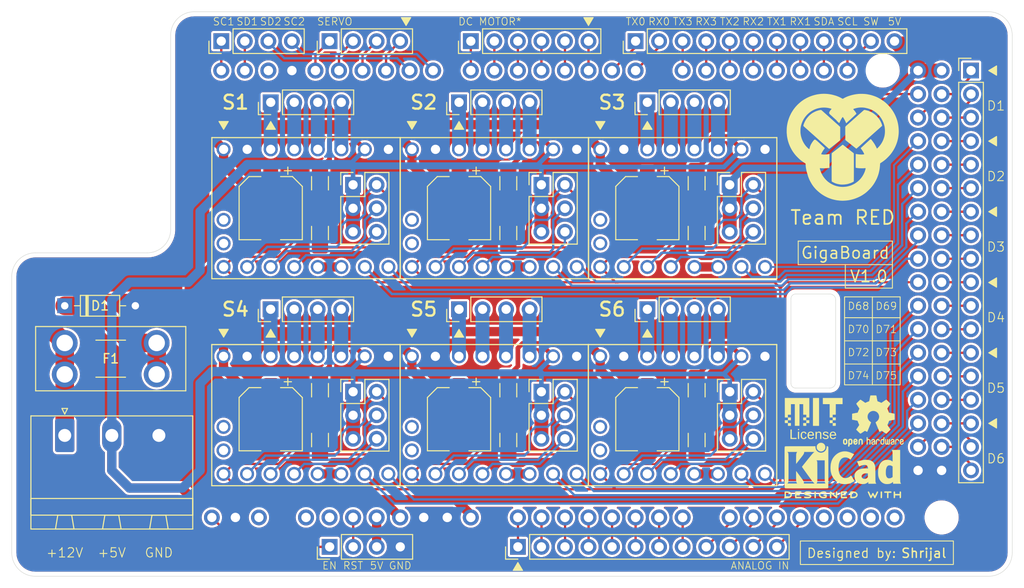
<source format=kicad_pcb>
(kicad_pcb (version 20240108) (generator "pcbnew") (generator_version "8.0")
  (title_block (title "GigaBoard") (date "2024-04-07") (rev "v1") (company "Team RED") (comment 1 "Designer: Shrijal"))
  (layers (0 "F.Cu" signal) (31 "B.Cu" signal) (36 "B.SilkS" user "B.Silkscreen") (37 "F.SilkS" user "F.Silkscreen") (38 "B.Mask" user) (39 "F.Mask" user) (44 "Edge.Cuts" user))
  (net 0 "")
  (net 2 "/GND")
  (net 3 "/INA_SCL")
  (net 4 "/BAT2_S4")
  (net 5 "/BAT2_S3")
  (net 6 "/NANO_RX")
  (net 7 "/ST6_DIR")
  (net 8 "/DC5_DIR")
  (net 10 "/DC6_CHA")
  (net 12 "/+5V")
  (net 13 "/BAT1_S3")
  (net 14 "/BAT2_S2")
  (net 15 "/SCL")
  (net 16 "/DC1_CHA")
  (net 17 "/DC2_CHA")
  (net 18 "/TCA_SCL")
  (net 19 "/SV2_PWM")
  (net 20 "/TX3")
  (net 21 "/NANO_TX")
  (net 22 "/DC5_CHB")
  (net 23 "/DC4_CHA")
  (net 24 "/SV3_PWM")
  (net 25 "/DC3_DIR")
  (net 26 "/DC4_PWM")
  (net 27 "/DC3_PWM")
  (net 28 "/DC1_DIR")
  (net 29 "/INA_SDA")
  (net 30 "/ST3_STP")
  (net 31 "/DC5_CHA")
  (net 32 "/SV4_PWM")
  (net 33 "/BAT1_S1")
  (net 34 "/A8")
  (net 35 "/STP_ENA")
  (net 36 "/RX3")
  (net 37 "/DC2_DIR")
  (net 38 "/ST3_DIR")
  (net 39 "/DC1_CHB")
  (net 40 "/ST1_STP")
  (net 42 "/TX2")
  (net 43 "/DC6_CHB")
  (net 44 "/BAT1_S4")
  (net 45 "/ST2_DIR")
  (net 46 "/DC6_DIR")
  (net 47 "/Pi5_TX")
  (net 48 "/ST5_STP")
  (net 49 "/DC1_PWM")
  (net 50 "/ST4_STP")
  (net 51 "/DC3_CHB")
  (net 52 "/GIGA_RST")
  (net 53 "/GIGA_EN")
  (net 54 "/A10")
  (net 55 "/ST2_STP")
  (net 56 "/ST5_DIR")
  (net 57 "/BAT2_S1")
  (net 58 "/DC2_PWM")
  (net 59 "/BAT1_S2")
  (net 60 "/A9")
  (net 63 "/SDA")
  (net 64 "/A11")
  (net 65 "/DC3_CHA")
  (net 66 "/ST1_DIR")
  (net 67 "/DC4_DIR")
  (net 68 "/+3.3V")
  (net 69 "/SV1_PWM")
  (net 70 "/DC2_CHB")
  (net 71 "/ST4_DIR")
  (net 72 "/ST6_STP")
  (net 73 "/DC4_CHB")
  (net 74 "/DC5_PWM")
  (net 75 "/RX2")
  (net 76 "/DC6_PWM")
  (net 77 "/TCA_SDA")
  (net 78 "/Pi5_RX")
  (net 79 "/ESTOP")
  (net 80 "/VM")
  (net 81 "Net-(J1-Pin_6)")
  (net 82 "Net-(J2-Pin_6)")
  (net 83 "Net-(J3-Pin_6)")
  (net 84 "Net-(J7-Pin_2)")
  (net 85 "Net-(J7-Pin_4)")
  (net 86 "Net-(J8-Pin_4)")
  (net 87 "Net-(J8-Pin_2)")
  (net 88 "Net-(J9-Pin_4)")
  (net 89 "Net-(J9-Pin_2)")
  (net 90 "Net-(J10-Pin_2)")
  (net 91 "Net-(J10-Pin_1)")
  (net 92 "Net-(J10-Pin_4)")
  (net 93 "Net-(J10-Pin_3)")
  (net 94 "Net-(J11-Pin_2)")
  (net 95 "Net-(J11-Pin_4)")
  (net 96 "Net-(J11-Pin_3)")
  (net 97 "Net-(J11-Pin_1)")
  (net 98 "Net-(J12-Pin_2)")
  (net 99 "Net-(J12-Pin_1)")
  (net 100 "Net-(J12-Pin_4)")
  (net 101 "Net-(J12-Pin_3)")
  (net 114 "Net-(J1-Pin_4)")
  (net 115 "Net-(J2-Pin_4)")
  (net 116 "Net-(J3-Pin_4)")
  (net 117 "Net-(J4-Pin_4)")
  (net 118 "Net-(J5-Pin_4)")
  (net 119 "Net-(J6-Pin_4)")
  (net 120 "Net-(J1-Pin_2)")
  (net 121 "Net-(J2-Pin_2)")
  (net 122 "Net-(J3-Pin_2)")
  (net 123 "Net-(J4-Pin_2)")
  (net 124 "Net-(J5-Pin_2)")
  (net 125 "Net-(J6-Pin_2)")
  (net 126 "Net-(U1-PDN)")
  (net 127 "Net-(U2-PDN)")
  (net 128 "Net-(U3-PDN)")
  (net 129 "Net-(U4-PDN)")
  (net 130 "Net-(U5-PDN)")
  (net 131 "Net-(U6-PDN)")
  (net 132 "Net-(D1-K)")
  (net 133 "Net-(J4-Pin_6)")
  (net 134 "Net-(J5-Pin_6)")
  (net 135 "Net-(J6-Pin_6)")
  (net 136 "Net-(J7-Pin_1)")
  (net 137 "Net-(J7-Pin_3)")
  (net 138 "Net-(J8-Pin_3)")
  (net 139 "Net-(J8-Pin_1)")
  (net 140 "Net-(J9-Pin_1)")
  (net 141 "Net-(J9-Pin_3)")
  (footprint "Motor_Driver:MKS_TMC2209" (layer "F.Cu") (at 124.46 50.419 -90)
    (property "Reference" "U2" (hide yes))
    (property "Value" "TMC2209")
  )
  (footprint "Resistor_SMD:R_1206_3216Metric_Pad1.30x1.75mm_HandSolder" (layer "F.Cu") (at 146.2875 53.1093 90)
    (property "Reference" "R3" (hide yes))
    (property "Value" "100k")
  )
  (footprint "Capacitor_SMD:CP_Elec_6.3x7.7" (layer "F.Cu") (at 100.33 50.419 -90)
    (property "Reference" "C1" (hide yes))
    (property "Value" "100uF")
  )
  (footprint "Motor_Driver:MKS_TMC2209" (layer "F.Cu") (at 144.77 72.771 -90)
    (property "Reference" "U6" (hide yes))
    (property "Value" "TMC2209")
  )
  (footprint "Connector_PinHeader_2.54mm:PinHeader_1x04_P2.54mm_Vertical" (layer "F.Cu") (at 106.69 86.995 90)
    (property "Reference" "J19" (hide yes))
    (property "Value" "Conn_01x04")
  )
  (footprint "LOGO" (layer "F.Cu") (at 158.877 73.152)
    (property "Reference" "G***" (hide yes))
    (property "Value" "LOGO" (hide yes))
  )
  (footprint "Resistor_SMD:R_1206_3216Metric_Pad1.30x1.75mm_HandSolder" (layer "F.Cu") (at 146.2875 47.7287 -90)
    (property "Reference" "R9" (hide yes))
    (property "Value" "10k")
  )
  (footprint "Connector_PinHeader_2.54mm:PinHeader_2x03_P2.54mm_Vertical" (layer "F.Cu") (at 149.86 70.246)
    (property "Reference" "J6" (hide yes))
    (property "Value" "Conn_02x04_Counter_Clockwise")
  )
  (footprint "Connector_Phoenix_MSTB:PhoenixContact_MSTBA_2,5_3-G-5,08_1x03_P5.08mm_Horizontal" (layer "F.Cu") (at 78.105 74.9625)
    (property "Reference" "J20" (hide yes))
    (property "Value" "Screw_Terminal_01x03")
  )
  (footprint "Connector_PinHeader_2.54mm:PinHeader_1x04_P2.54mm_Vertical" (layer "F.Cu") (at 140.97 38.989 90)
    (property "Reference" "J9" (hide yes))
    (property "Value" "Conn_01x04")
  )
  (footprint "Capacitor_SMD:CP_Elec_6.3x7.7" (layer "F.Cu") (at 140.97 50.419 -90)
    (property "Reference" "C3" (hide yes))
    (property "Value" "100uF")
  )
  (footprint "Fuse:Fuseholder_Blade_Mini_Keystone_3568" (layer "F.Cu") (at 78.105 64.975)
    (property "Reference" "F1")
    (property "Value" "F_Small")
  )
  (footprint "Resistor_SMD:R_1206_3216Metric_Pad1.30x1.75mm_HandSolder" (layer "F.Cu") (at 105.6475 53.1093 90)
    (property "Reference" "R1" (hide yes))
    (property "Value" "100k")
  )
  (footprint "Connector_PinHeader_2.54mm:PinHeader_1x12_P2.54mm_Vertical" (layer "F.Cu") (at 127 86.995 90)
    (property "Reference" "J16" (hide yes))
    (property "Value" "Conn_01x12")
  )
  (footprint "Resistor_SMD:R_1206_3216Metric_Pad1.30x1.75mm_HandSolder" (layer "F.Cu") (at 125.9675 53.1093 90)
    (property "Reference" "R2" (hide yes))
    (property "Value" "100k")
  )
  (footprint "Connector_PinHeader_2.54mm:PinHeader_2x03_P2.54mm_Vertical" (layer "F.Cu") (at 129.535 47.894)
    (property "Reference" "J2" (hide yes))
    (property "Value" "Conn_02x04_Counter_Clockwise")
  )
  (footprint "Resistor_SMD:R_1206_3216Metric_Pad1.30x1.75mm_HandSolder" (layer "F.Cu") (at 125.9675 70.0807 -90)
    (property "Reference" "R11" (hide yes))
    (property "Value" "10k")
  )
  (footprint "Resistor_SMD:R_1206_3216Metric_Pad1.30x1.75mm_HandSolder" (layer "F.Cu") (at 125.9675 75.4613 90)
    (property "Reference" "R5" (hide yes))
    (property "Value" "100k")
  )
  (footprint "Connector_PinHeader_2.54mm:PinHeader_1x06_P2.54mm_Vertical" (layer "F.Cu") (at 121.92 32.385 90)
    (property "Reference" "J13" (hide yes))
    (property "Value" "Conn_01x06")
  )
  (footprint "MCU:Arduino_Giga-R1" (layer "F.Cu") (at 76.2 86.36)
    (property "Reference" "A1" (hide yes))
    (property "Value" "Arduino GIGA R1 WiFi" (hide yes))
  )
  (footprint "Motor_Driver:MKS_TMC2209" (layer "F.Cu") (at 104.13 72.771 -90)
    (property "Reference" "U4" (hide yes))
    (property "Value" "TMC2209")
  )
  (footprint "Resistor_SMD:R_1206_3216Metric_Pad1.30x1.75mm_HandSolder" (layer "F.Cu") (at 146.29 70.0807 -90)
    (property "Reference" "R12" (hide yes))
    (property "Value" "10k")
  )
  (footprint "Connector_PinHeader_2.54mm:PinHeader_2x03_P2.54mm_Vertical" (layer "F.Cu") (at 149.855 47.894)
    (property "Reference" "J3" (hide yes))
    (property "Value" "Conn_02x04_Counter_Clockwise")
  )
  (footprint "Connector_PinHeader_2.54mm:PinHeader_1x04_P2.54mm_Vertical" (layer "F.Cu") (at 94.996 32.385 90)
    (property "Reference" "J17" (hide yes))
    (property "Value" "Conn_01x04")
  )
  (footprint "Connector_PinHeader_2.54mm:PinHeader_1x04_P2.54mm_Vertical" (layer "F.Cu") (at 100.33 38.989 90)
    (property "Reference" "J7" (hide yes))
    (property "Value" "Conn_01x04")
  )
  (footprint "Capacitor_SMD:CP_Elec_6.3x7.7" (layer "F.Cu") (at 100.33 73.2113 -90)
    (property "Reference" "C4" (hide yes))
    (property "Value" "100uF")
  )
  (footprint "Connector_PinHeader_2.54mm:PinHeader_1x04_P2.54mm_Vertical" (layer "F.Cu") (at 120.65 38.989 90)
    (property "Reference" "J8" (hide yes))
    (property "Value" "Conn_01x04")
  )
  (footprint "Diode_THT:D_DO-35_SOD27_P7.62mm_Horizontal" (layer "F.Cu") (at 78.105 60.96)
    (property "Reference" "D1")
    (property "Value" "D")
  )
  (footprint "Connector_PinHeader_2.54mm:PinHeader_1x04_P2.54mm_Vertical" (layer "F.Cu") (at 106.68 32.385 90)
    (property "Reference" "J15" (hide yes))
    (property "Value" "Conn_01x04")
  )
  (footprint "Connector_PinHeader_2.54mm:PinHeader_1x04_P2.54mm_Vertical" (layer "F.Cu") (at 140.97 61.341 90)
    (property "Reference" "J12" (hide yes))
    (property "Value" "Conn_01x04")
  )
  (footprint "Resistor_SMD:R_1206_3216Metric_Pad1.30x1.75mm_HandSolder" (layer "F.Cu") (at 105.6475 47.7287 -90)
    (property "Reference" "R7" (hide yes))
    (property "Value" "10k")
  )
  (footprint "Connector_PinHeader_2.54mm:PinHeader_1x04_P2.54mm_Vertical" (layer "F.Cu") (at 120.65 61.341 90)
    (property "Reference" "J11" (hide yes))
    (property "Value" "Conn_01x04")
  )
  (footprint "Connector_PinHeader_2.54mm:PinHeader_2x03_P2.54mm_Vertical" (layer "F.Cu") (at 109.22 70.246)
    (property "Reference" "J4" (hide yes))
    (property "Value" "Conn_02x04_Counter_Clockwise")
  )
  (footprint "Motor_Driver:MKS_TMC2209" (layer "F.Cu") (at 144.78 50.419 -90)
    (property "Reference" "U3" (hide yes))
    (property "Value" "TMC2209")
  )
  (footprint "Connector_PinHeader_2.54mm:PinHeader_2x03_P2.54mm_Vertical" (layer "F.Cu") (at 129.535 70.246)
    (property "Reference" "J5" (hide yes))
    (property "Value" "Conn_02x04_Counter_Clockwise")
  )
  (footprint "Resistor_SMD:R_1206_3216Metric_Pad1.30x1.75mm_HandSolder" (layer "F.Cu") (at 105.65 70.0807 -90)
    (property "Reference" "R10" (hide yes))
    (property "Value" "10k")
  )
  (footprint "Resistor_SMD:R_1206_3216Metric_Pad1.30x1.75mm_HandSolder" (layer "F.Cu") (at 125.9675 47.7287 -90)
    (property "Reference" "R8" (hide yes))
    (property "Value" "10k")
  )
  (footprint "Motor_Driver:MKS_TMC2209" (layer "F.Cu") (at 104.14 50.419 -90)
    (property "Reference" "U1" (hide yes))
    (property "Value" "TMC2209")
  )
  (footprint "Connector_PinHeader_2.54mm:PinHeader_1x04_P2.54mm_Vertical" (layer "F.Cu") (at 100.32 61.341 90)
    (property "Reference" "J10" (hide yes))
    (property "Value" "Conn_01x04")
  )
  (footprint "Connector_PinHeader_2.54mm:PinHeader_2x03_P2.54mm_Vertical" (layer "F.Cu") (at 109.215 47.894)
    (property "Reference" "J1" (hide yes))
    (property "Value" "Conn_02x03_Counter_Clockwise")
  )
  (footprint "Connector_PinHeader_2.54mm:PinHeader_1x12_P2.54mm_Vertical" (layer "F.Cu") (at 139.7 32.385 90)
    (property "Reference" "J18" (hide yes))
    (property "Value" "Conn_01x12")
  )
  (footprint "Resistor_SMD:R_1206_3216Metric_Pad1.30x1.75mm_HandSolder" (layer "F.Cu") (at 146.29 75.4613 90)
    (property "Reference" "R6" (hide yes))
    (property "Value" "100k")
  )
  (footprint "LOGO" (layer "F.Cu") (at 161.925 43.815)
    (property "Reference" "G***" (hide yes))
    (property "Value" "LOGO" (hide yes))
  )
  (footprint "Resistor_SMD:R_1206_3216Metric_Pad1.30x1.75mm_HandSolder" (layer "F.Cu") (at 105.65 75.4613 90)
    (property "Reference" "R4" (hide yes))
    (property "Value" "100k")
  )
  (footprint "Motor_Driver:MKS_TMC2209" (layer "F.Cu") (at 124.45 72.771 -90)
    (property "Reference" "U5" (hide yes))
    (property "Value" "TMC2209")
  )
  (footprint "Capacitor_SMD:CP_Elec_6.3x7.7" (layer "F.Cu") (at 120.65 50.419 -90)
    (property "Reference" "C2" (hide yes))
    (property "Value" "100uF")
  )
  (footprint "Connector_PinHeader_2.54mm:PinHeader_1x18_P2.54mm_Vertical" (layer "F.Cu") (at 175.895 35.56)
    (property "Reference" "J14" (hide yes))
    (property "Value" "Conn_01x18")
  )
  (footprint "Symbol:OSHW-Logo2_7.3x6mm_SilkScreen" (layer "F.Cu") (at 165.354 73.406)
    (property "Reference" "REF**" (hide yes))
    (property "Value" "OSHW-Logo2_7.3x6mm_SilkScreen" (hide yes))
  )
  (footprint "Capacitor_SMD:CP_Elec_6.3x7.7" (layer "F.Cu") (at 140.97 73.2113 -90)
    (property "Reference" "C6" (hide yes))
    (property "Value" "100uF")
  )
  (footprint "Capacitor_SMD:CP_Elec_6.3x7.7" (layer "F.Cu") (at 120.65 73.2113 -90)
    (property "Reference" "C5" (hide yes))
    (property "Value" "100uF")
  )
  (footprint "Symbol:KiCad-Logo2_5mm_SilkScreen" (layer "F.Cu") (at 162.052 78.74)
    (property "Reference" "REF**" (hide yes))
    (property "Value" "KiCad-Logo2_5mm_SilkScreen" (hide yes))
  )
  (gr_poly (pts (xy 177.8 73.66) (xy 178.654 74.168) (xy 178.654 73.152)) (stroke (width 0.1)) (fill solid) (layer "F.SilkS"))
  (gr_poly (pts (xy 120.65 63.5) (xy 120.142 64.354) (xy 121.158 64.354)) (stroke (width 0.1)) (fill solid) (layer "F.SilkS"))
  (gr_poly (pts (xy 114.935 30.699) (xy 115.443 29.845) (xy 114.427 29.845)) (stroke (width 0.1)) (fill solid) (layer "F.SilkS"))
  (gr_line (start 157.25 53.975) (end 157.25 56.515) (stroke (width 0.1)) (layer "F.SilkS"))
  (gr_poly (pts (xy 120.65 41.056) (xy 120.142 41.91) (xy 121.158 41.91)) (stroke (width 0.1)) (fill solid) (layer "F.SilkS"))
  (gr_poly (pts (xy 177.8 66.04) (xy 178.654 66.548) (xy 178.654 65.532)) (stroke (width 0.1)) (fill solid) (layer "F.SilkS"))
  (gr_line (start 162.25 64.75) (end 168.25 64.75) (stroke (width 0.1)) (layer "F.SilkS"))
  (gr_poly (pts (xy 135.89 41.91) (xy 136.398 41.056) (xy 135.382 41.056)) (stroke (width 0.1)) (fill solid) (layer "F.SilkS"))
  (gr_poly (pts (xy 140.97 63.5) (xy 140.462 64.354) (xy 141.478 64.354)) (stroke (width 0.1)) (fill solid) (layer "F.SilkS"))
  (gr_poly (pts (xy 134.62 30.699) (xy 135.128 29.845) (xy 134.112 29.845)) (stroke (width 0.1)) (fill solid) (layer "F.SilkS"))
  (gr_rect (start 157.48 86.36) (end 173.99 88.9) (stroke (width 0.1)) (fill none) (layer "F.SilkS"))
  (gr_poly (pts (xy 177.8 43.18) (xy 178.654 43.688) (xy 178.654 42.672)) (stroke (width 0.1)) (fill solid) (layer "F.SilkS"))
  (gr_poly (pts (xy 95.25 41.91) (xy 95.758 41.056) (xy 94.742 41.056)) (stroke (width 0.1)) (fill solid) (layer "F.SilkS"))
  (gr_line (start 167.41 56.515) (end 167.41 53.975) (stroke (width 0.1)) (layer "F.SilkS"))
  (gr_poly (pts (xy 177.8 58.45) (xy 178.654 58.958) (xy 178.654 57.942)) (stroke (width 0.1)) (fill solid) (layer "F.SilkS"))
  (gr_line (start 157.25 56.515) (end 162.33 56.515) (stroke (width 0.1)) (layer "F.SilkS"))
  (gr_poly (pts (xy 95.25 64.354) (xy 95.758 63.5) (xy 94.742 63.5)) (stroke (width 0.1)) (fill solid) (layer "F.SilkS"))
  (gr_poly (pts (xy 135.89 64.354) (xy 136.398 63.5) (xy 135.382 63.5)) (stroke (width 0.1)) (fill solid) (layer "F.SilkS"))
  (gr_poly (pts (xy 115.57 64.354) (xy 116.078 63.5) (xy 115.062 63.5)) (stroke (width 0.1)) (fill solid) (layer "F.SilkS"))
  (gr_rect (start 162.25 60) (end 168.25 69.5) (stroke (width 0.1)) (fill none) (layer "F.SilkS"))
  (gr_poly (pts (xy 100.33 41.056) (xy 99.822 41.91) (xy 100.838 41.91)) (stroke (width 0.1)) (fill solid) (layer "F.SilkS"))
  (gr_poly (pts (xy 127 88.681) (xy 126.492 89.535) (xy 127.508 89.535)) (stroke (width 0.1)) (fill solid) (layer "F.SilkS"))
  (gr_poly (pts (xy 177.8 50.8) (xy 178.654 51.308) (xy 178.654 50.292)) (stroke (width 0.1)) (fill solid) (layer "F.SilkS"))
  (gr_poly (pts (xy 177.8 35.56) (xy 178.654 36.068) (xy 178.654 35.052)) (stroke (width 0.1)) (fill solid) (layer "F.SilkS"))
  (gr_poly (pts (xy 140.97 41.056) (xy 140.462 41.91) (xy 141.478 41.91)) (stroke (width 0.1)) (fill solid) (layer "F.SilkS"))
  (gr_poly (pts (xy 115.57 41.91) (xy 116.078 41.056) (xy 115.062 41.056)) (stroke (width 0.1)) (fill solid) (layer "F.SilkS"))
  (gr_line (start 167.41 53.975) (end 157.25 53.975) (stroke (width 0.1)) (layer "F.SilkS"))
  (gr_line (start 162.25 62.25) (end 168.25 62.25) (stroke (width 0.1)) (layer "F.SilkS"))
  (gr_line (start 162.25 67.25) (end 168.25 67.25) (stroke (width 0.1)) (layer "F.SilkS"))
  (gr_poly (pts (xy 100.33 63.5) (xy 99.822 64.354) (xy 100.838 64.354)) (stroke (width 0.1)) (fill solid) (layer "F.SilkS"))
  (gr_line (start 165.25 60) (end 165.25 69.5) (stroke (width 0.1)) (layer "F.SilkS"))
  (gr_rect (start 162.33 56.515) (end 167.41 59.055) (stroke (width 0.1)) (fill none) (layer "F.SilkS"))
  (gr_arc (start 74.93 90.17) (mid 73.133949 89.426051) (end 72.39 87.63) (stroke (width 0.05)) (layer "Edge.Cuts"))
  (gr_line (start 156.972 69.85) (end 160.655 69.85) (stroke (width 0.05)) (layer "Edge.Cuts"))
  (gr_arc (start 156.972 69.85) (mid 156.61279 69.70121) (end 156.464 69.342) (stroke (width 0.05)) (layer "Edge.Cuts"))
  (gr_line (start 89.535 52.705) (end 89.535 31.75) (stroke (width 0.05)) (layer "Edge.Cuts"))
  (gr_line (start 177.8 90.17) (end 74.93 90.17) (stroke (width 0.05)) (layer "Edge.Cuts"))
  (gr_line (start 161.29 69.215) (end 161.29 60.325) (stroke (width 0.05)) (layer "Edge.Cuts"))
  (gr_line (start 156.464 60.198) (end 156.464 69.342) (stroke (width 0.05)) (layer "Edge.Cuts"))
  (gr_arc (start 160.655 59.69) (mid 161.104013 59.875987) (end 161.29 60.325) (stroke (width 0.05)) (layer "Edge.Cuts"))
  (gr_arc (start 177.8 29.21) (mid 179.596051 29.953949) (end 180.34 31.75) (stroke (width 0.05)) (layer "Edge.Cuts"))
  (gr_arc (start 89.535 31.75) (mid 90.278949 29.953949) (end 92.075 29.21) (stroke (width 0.05)) (layer "Edge.Cuts"))
  (gr_arc (start 180.34 87.63) (mid 179.596051 89.426051) (end 177.8 90.17) (stroke (width 0.05)) (layer "Edge.Cuts"))
  (gr_arc (start 161.29 69.215) (mid 161.104013 69.664013) (end 160.655 69.85) (stroke (width 0.05)) (layer "Edge.Cuts"))
  (gr_arc (start 72.39 57.785) (mid 73.133949 55.988949) (end 74.93 55.245) (stroke (width 0.05)) (layer "Edge.Cuts"))
  (gr_arc (start 156.464 60.198) (mid 156.61279 59.83879) (end 156.972 59.69) (stroke (width 0.05)) (layer "Edge.Cuts"))
  (gr_line (start 160.655 59.69) (end 156.972 59.69) (stroke (width 0.05)) (layer "Edge.Cuts"))
  (gr_line (start 180.34 31.75) (end 180.34 87.63) (stroke (width 0.05)) (layer "Edge.Cuts"))
  (gr_arc (start 89.535 52.705) (mid 88.791051 54.501051) (end 86.995 55.245) (stroke (width 0.05)) (layer "Edge.Cuts"))
  (gr_line (start 92.075 29.21) (end 177.8 29.21) (stroke (width 0.05)) (layer "Edge.Cuts"))
  (gr_line (start 74.93 55.245) (end 86.995 55.245) (stroke (width 0.05)) (layer "Edge.Cuts"))
  (gr_line (start 72.39 87.63) (end 72.39 57.785) (stroke (width 0.05)) (layer "Edge.Cuts"))
  (gr_text "TX0" (at 139.7 30.272 0) (layer "F.SilkS") (effects (font (size 0.8 0.8) (thickness 0.08))))
  (gr_text "D69" (at 166.75 61 0) (layer "F.SilkS") (effects (font (size 0.8 0.8) (thickness 0.08))))
  (gr_text "D68" (at 163.75 61 0) (layer "F.SilkS") (effects (font (size 0.8 0.8) (thickness 0.08))))
  (gr_text "S1" (at 96.52 38.989 0) (layer "F.SilkS") (effects (font (size 1.5 1.5) (thickness 0.25))))
  (gr_text "S3" (at 137.16 38.989 0) (layer "F.SilkS") (effects (font (size 1.5 1.5) (thickness 0.25))))
  (gr_text "D2" (at 177.546 46.99 0) (layer "F.SilkS") (effects (font (size 1 1) (thickness 0.1)) (justify left)))
  (gr_text "S6" (at 137.16 61.341 0) (layer "F.SilkS") (effects (font (size 1.5 1.5) (thickness 0.25))))
  (gr_text "D75" (at 166.75 68.5 0) (layer "F.SilkS") (effects (font (size 0.8 0.8) (thickness 0.08))))
  (gr_text "Shrijal" (at 168.275 88.265 0) (layer "F.SilkS") (effects (font (size 1 1)) (justify left bottom)))
  (gr_text "Team RED" (at 162.049517 51.435 0) (layer "F.SilkS") (effects (font (size 1.5 1.5) (thickness 0.1875))))
  (gr_text "DC MOTOR*" (at 120.523 30.272 0) (layer "F.SilkS") (effects (font (size 0.8 0.8) (thickness 0.08)) (justify left)))
  (gr_text "GND" (at 88.265 87.63 0) (layer "F.SilkS") (effects (font (size 1 1) (thickness 0.1))))
  (gr_text "S4\n" (at 96.52 61.341 0) (layer "F.SilkS") (effects (font (size 1.5 1.5) (thickness 0.25))))
  (gr_text "RST" (at 109.22 89.027 0) (layer "F.SilkS") (effects (font (size 0.8 0.8) (thickness 0.08))))
  (gr_text "SD1" (at 97.79 30.272 0) (layer "F.SilkS") (effects (font (size 0.8 0.8) (thickness 0.08))))
  (gr_text "D71" (at 166.75 63.5 0) (layer "F.SilkS") (effects (font (size 0.8 0.8) (thickness 0.08))))
  (gr_text "SDA" (at 160.02 30.272 0) (layer "F.SilkS") (effects (font (size 0.8 0.8) (thickness 0.08))))
  (gr_text "+5V" (at 83.185 87.63 0) (layer "F.SilkS") (effects (font (size 1 1) (thickness 0.1))))
  (gr_text "D5" (at 177.546 69.85 0) (layer "F.SilkS") (effects (font (size 1 1) (thickness 0.1)) (justify left)))
  (gr_text "D6" (at 177.546 77.47 0) (layer "F.SilkS") (effects (font (size 1 1) (thickness 0.1)) (justify left)))
  (gr_text "5V" (at 167.64 30.272 0) (layer "F.SilkS") (effects (font (size 0.8 0.8) (thickness 0.08))))
  (gr_text "EN" (at 106.68 89.027 0) (layer "F.SilkS") (effects (font (size 0.8 0.8) (thickness 0.08))))
  (gr_text "5V" (at 111.76 89.027 0) (layer "F.SilkS") (effects (font (size 0.8 0.8) (thickness 0.08))))
  (gr_text "GND" (at 114.3 89.027 0) (layer "F.SilkS") (effects (font (size 0.8 0.8) (thickness 0.08))))
  (gr_text "V1.0" (at 164.87 57.785 0) (layer "F.SilkS") (effects (font (size 1.25 1.25) (thickness 0.15625))))
  (gr_text "D73" (at 166.75 66 0) (layer "F.SilkS") (effects (font (size 0.8 0.8) (thickness 0.08))))
  (gr_text "Designed by:" (at 158.115 88.265 0) (layer "F.SilkS") (effects (font (size 1 1) (thickness 0.12)) (justify left bottom)))
  (gr_text "RX1" (at 157.48 30.272 0) (layer "F.SilkS") (effects (font (size 0.8 0.8) (thickness 0.08))))
  (gr_text "SERVO" (at 105.283 30.272 0) (layer "F.SilkS") (effects (font (size 0.8 0.8) (thickness 0.08)) (justify left)))
  (gr_text "RX3" (at 147.32 30.272 0) (layer "F.SilkS") (effects (font (size 0.8 0.8) (thickness 0.08))))
  (gr_text "D74" (at 163.75 68.5 0) (layer "F.SilkS") (effects (font (size 0.8 0.8) (thickness 0.08))))
  (gr_text "D1" (at 177.546 39.37 0) (layer "F.SilkS") (effects (font (size 1 1) (thickness 0.1)) (justify left)))
  (gr_text "ANALOG IN" (at 156.337 89.027 0) (layer "F.SilkS") (effects (font (size 0.8 0.8) (thickness 0.08)) (justify right)))
  (gr_text "SCL" (at 162.56 30.272 0) (layer "F.SilkS") (effects (font (size 0.8 0.8) (thickness 0.08))))
  (gr_text "D3" (at 177.546 54.61 0) (layer "F.SilkS") (effects (font (size 1 1) (thickness 0.1)) (justify left)))
  (gr_text "SD2" (at 100.33 30.272 0) (layer "F.SilkS") (effects (font (size 0.8 0.8) (thickness 0.08))))
  (gr_text "RX0" (at 142.24 30.272 0) (layer "F.SilkS") (effects (font (size 0.8 0.8) (thickness 0.08))))
  (gr_text "TX2" (at 149.86 30.272 0) (layer "F.SilkS") (effects (font (size 0.8 0.8) (thickness 0.08))))
  (gr_text "+12V" (at 78.105 87.63 0) (layer "F.SilkS") (effects (font (size 1 1) (thickness 0.1))))
  (gr_text "D72" (at 163.75 66 0) (layer "F.SilkS") (effects (font (size 0.8 0.8) (thickness 0.08))))
  (gr_text "SW" (at 165.1 30.272 0) (layer "F.SilkS") (effects (font (size 0.8 0.8) (thickness 0.08))))
  (gr_text "TX3" (at 144.78 30.272 0) (layer "F.SilkS") (effects (font (size 0.8 0.8) (thickness 0.08))))
  (gr_text "GigaBoard" (at 162.33 55.245 0) (layer "F.SilkS") (effects (font (size 1.25 1.25) (thickness 0.15625))))
  (gr_text "SC2" (at 102.87 30.272 0) (layer "F.SilkS") (effects (font (size 0.8 0.8) (thickness 0.08))))
  (gr_text "S2" (at 116.84 38.989 0) (layer "F.SilkS") (effects (font (size 1.5 1.5) (thickness 0.25))))
  (gr_text "TX1" (at 154.94 30.272 0) (layer "F.SilkS") (effects (font (size 0.8 0.8) (thickness 0.08))))
  (gr_text "SC1" (at 95.25 30.272 0) (layer "F.SilkS") (effects (font (size 0.8 0.8) (thickness 0.08))))
  (gr_text "D70" (at 163.75 63.5 0) (layer "F.SilkS") (effects (font (size 0.8 0.8) (thickness 0.08))))
  (gr_text "S5" (at 116.84 61.341 0) (layer "F.SilkS") (effects (font (size 1.5 1.5) (thickness 0.25))))
  (gr_text "D4" (at 177.546 62.23 0) (layer "F.SilkS") (effects (font (size 1 1) (thickness 0.1)) (justify left)))
  (gr_text "RX2" (at 152.4 30.272 0) (layer "F.SilkS") (effects (font (size 0.8 0.8) (thickness 0.08))))
  (segment (start 115.57 86.995) (end 114.31 86.995) (width 1.5) (layer "F.Cu") (net 2))
  (segment (start 172.72 78.74) (end 170.18 78.74) (width 1.5) (layer "F.Cu") (net 2))
  (segment (start 119.38 83.82) (end 116.84 83.82) (width 1.5) (layer "F.Cu") (net 2))
  (segment (start 100.33 53.373) (end 100.33 53.5593) (width 0.2) (layer "F.Cu") (net 2))
  (segment (start 116.84 83.82) (end 116.84 85.725) (width 1.5) (layer "F.Cu") (net 2))
  (segment (start 116.84 85.725) (end 115.57 86.995) (width 1.5) (layer "F.Cu") (net 2))
  (segment (start 97.536 35.56) (end 97.536 32.512) (width 0.25) (layer "F.Cu") (net 3))
  (segment (start 144.78 86.995) (end 144.78 83.82) (width 0.25) (layer "F.Cu") (net 4))
  (segment (start 142.24 86.995) (end 142.24 83.82) (width 0.25) (layer "F.Cu") (net 5))
  (segment (start 154.94 35.56) (end 154.94 32.385) (width 0.25) (layer "F.Cu") (net 6))
  (segment (start 160.59 80.068) (end 167.191 73.4666) (width 0.25) (layer "B.Cu") (net 7))
  (segment (start 167.191 63.9486) (end 170.18 60.96) (width 0.25) (layer "B.Cu") (net 7))
  (segment (start 153.66 79.121) (end 154.607 80.068) (width 0.25) (layer "B.Cu") (net 7))
  (segment (start 167.191 73.4666) (end 167.191 63.9486) (width 0.25) (layer "B.Cu") (net 7))
  (segment (start 154.607 80.068) (end 160.59 80.068) (width 0.25) (layer "B.Cu") (net 7))
  (segment (start 172.72 66.04) (end 175.895 66.04) (width 0.25) (layer "F.Cu") (net 8))
  (segment (start 175.895 66.04) (end 176.53 66.04) (width 0.25) (layer "F.Cu") (net 8))
  (segment (start 175.26 74.93) (end 175.895 75.565) (width 0.25) (layer "F.Cu") (net 10))
  (segment (start 175.895 75.565) (end 175.895 76.2) (width 0.2) (layer "F.Cu") (net 10))
  (segment (start 171.45 74.93) (end 175.26 74.93) (width 0.25) (layer "F.Cu") (net 10))
  (segment (start 175.895 75.565) (end 176.53 76.2) (width 0.25) (layer "F.Cu") (net 10))
  (segment (start 170.18 76.2) (end 171.45 74.93) (width 0.25) (layer "F.Cu") (net 10))
  (segment (start 127 45.1462) (end 125.968 46.1787) (width 0.5) (layer "F.Cu") (net 12))
  (segment (start 149.86 75.326) (end 149.86 72.786) (width 1.5) (layer "F.Cu") (net 12))
  (segment (start 149.855 52.974) (end 149.855 50.434) (width 1.5) (layer "F.Cu") (net 12))
  (segment (start 91.9968 81.915) (end 90.7268 80.645) (width 1) (layer "F.Cu") (net 12))
  (segment (start 110.49 44.069) (end 109.277 42.856) (width 0.5) (layer "F.Cu") (net 12))
  (segment (start 109.215 47.894) (end 109.332 47.894) (width 0.5) (layer "F.Cu") (net 12))
  (segment (start 154.813 81.915) (end 156.083 80.645) (width 1) (layer "F.Cu") (net 12))
  (segment (start 151.13 44.069) (end 149.733 42.672) (width 0.5) (layer "F.Cu") (net 12))
  (segment (start 85.09 80.645) (end 83.185 78.74) (width 1) (layer "F.Cu") (net 12))
  (segment (start 147.32 65.532) (end 147.32 67.5007) (width 0.5) (layer "F.Cu") (net 12))
  (segment (start 177.8 34.3275) (end 175.858 32.385) (width 1) (layer "F.Cu") (net 12))
  (segment (start 151.12 66.421) (end 149.723 65.024) (width 0.5) (layer "F.Cu") (net 12))
  (segment (start 149.733 42.672) (end 147.99 42.672) (width 0.5) (layer "F.Cu") (net 12))
  (segment (start 107.45 65.208) (end 106.68 65.9783) (width 0.5) (layer "F.Cu") (net 12))
  (segment (start 130.81 44.069) (end 129.413 42.672) (width 0.5) (layer "F.Cu") (net 12))
  (segment (start 147.828 65.024) (end 147.32 65.532) (width 0.5) (layer "F.Cu") (net 12))
  (segment (start 110.48 66.421) (end 109.267 65.208) (width 0.5) (layer "F.Cu") (net 12))
  (segment (start 129.413 42.672) (end 127.832 42.672) (width 0.5) (layer "F.Cu") (net 12))
  (segment (start 176.674 80.645) (end 177.8 79.5185) (width 1) (layer "F.Cu") (net 12))
  (segment (start 121.92 83.82) (end 121.92 83.5264) (width 1) (layer "F.Cu") (net 12))
  (segment (start 112.395 81.915) (end 91.9968 81.915) (width 1) (layer "F.Cu") (net 12))
  (segment (start 147.32 43.3421) (end 147.32 45.1462) (width 0.5) (layer "F.Cu") (net 12))
  (segment (start 90.7268 80.645) (end 85.09 80.645) (width 1) (layer "F.Cu") (net 12))
  (segment (start 172.72 35.56) (end 170.18 35.56) (width 1.5) (layer "F.Cu") (net 12))
  (segment (start 129.535 75.326) (end 129.535 72.786) (width 1.5) (layer "F.Cu") (net 12))
  (segment (start 120.309 81.915) (end 154.813 81.915) (width 1) (layer "F.Cu") (net 12))
  (segment (start 106.68 65.9783) (end 106.68 67.5007) (width 0.5) (layer "F.Cu") (net 12))
  (segment (start 127 67.4982) (end 125.968 68.5307) (width 0.5) (layer "F.Cu") (net 12))
  (segment (start 127 43.5043) (end 127 45.1462) (width 0.5) (layer "F.Cu") (net 12))
  (segment (start 156.083 80.645) (end 176.674 80.645) (width 1) (layer "F.Cu") (net 12))
  (segment (start 177.8 79.5185) (end 177.8 34.3275) (width 1) (layer "F.Cu") (net 12))
  (segment (start 109.22 47.889) (end 109.215 47.894) (width 0.5) (layer "F.Cu") (net 12))
  (segment (start 106.68 45.1462) (end 105.648 46.1787) (width 0.5) (layer "F.Cu") (net 12))
  (segment (start 146.2875 46.1787) (end 146.288 46.1787) (width 0.2) (layer "F.Cu") (net 12))
  (segment (start 125.9675 68.5307) (end 125.968 68.5307) (width 0.2) (layer "F.Cu") (net 12))
  (segment (start 127 65.532) (end 127 67.4982) (width 0.5) (layer "F.Cu") (net 12))
  (segment (start 127.508 65.024) (end 127 65.532) (width 0.5) (layer "F.Cu") (net 12))
  (segment (start 147.99 42.672) (end 147.32 43.3421) (width 0.5) (layer "F.Cu") (net 12))
  (segment (start 114.3 83.82) (end 112.395 81.915) (width 1) (layer "F.Cu") (net 12))
  (segment (start 109.267 65.208) (end 107.45 65.208) (width 0.5) (layer "F.Cu") (net 12))
  (segment (start 106.68 43.18) (end 106.68 45.1462) (width 0.5) (layer "F.Cu") (net 12))
  (segment (start 129.535 52.974) (end 129.535 50.434) (width 1.5) (layer "F.Cu") (net 12))
  (segment (start 170.18 35.56) (end 170.18 34.925) (width 1.5) (layer "F.Cu") (net 12))
  (segment (start 147.32 45.1462) (end 146.288 46.1787) (width 0.5) (layer "F.Cu") (net 12))
  (segment (start 125.9675 46.1787) (end 125.968 46.1787) (width 0.2) (layer "F.Cu") (net 12))
  (segment (start 107.004 42.856) (end 106.68 43.18) (width 0.5) (layer "F.Cu") (net 12))
  (segment (start 127.832 42.672) (end 127 43.5043) (width 0.5) (layer "F.Cu") (net 12))
  (segment (start 109.22 75.326) (end 109.22 72.786) (width 1.5) (layer "F.Cu") (net 12))
  (segment (start 147.32 67.5007) (end 146.29 68.5307) (width 0.5) (layer "F.Cu") (net 12))
  (segment (start 105.6475 46.1787) (end 105.648 46.1787) (width 0.2) (layer "F.Cu") (net 12))
  (segment (start 149.723 65.024) (end 147.828 65.024) (width 0.5) (layer "F.Cu") (net 12))
  (segment (start 170.18 34.925) (end 167.64 32.385) (width 1.5) (layer "F.Cu") (net 12))
  (segment (start 121.92 83.5264) (end 120.309 81.915) (width 1) (layer "F.Cu") (net 12))
  (segment (start 106.68 67.5007) (end 105.65 68.5307) (width 0.5) (layer "F.Cu") (net 12))
  (segment (start 130.8 66.421) (end 129.403 65.024) (width 0.5) (layer "F.Cu") (net 12))
  (segment (start 120.309 81.915) (end 112.395 81.915) (width 1) (layer "F.Cu") (net 12))
  (segment (start 175.858 32.385) (end 167.64 32.385) (width 1) (layer "F.Cu") (net 12))
  (segment (start 83.185 78.74) (end 83.185 74.9625) (width 1) (layer "F.Cu") (net 12))
  (segment (start 109.215 52.974) (end 109.215 50.434) (width 1.5) (layer "F.Cu") (net 12))
  (segment (start 110.49 44.069) (end 110.49 44.1325) (width 0.5) (layer "F.Cu") (net 12))
  (segment (start 129.403 65.024) (end 127.508 65.024) (width 0.5) (layer "F.Cu") (net 12))
  (segment (start 109.277 42.856) (end 107.004 42.856) (width 0.5) (layer "F.Cu") (net 12))
  (segment (start 130.81 44.069) (end 129.032 45.847) (width 0.5) (layer "B.Cu") (net 12))
  (segment (start 129.413 67.808) (end 129.413 68.199) (width 0.2) (layer "B.Cu") (net 12))
  (segment (start 92.71 50.8) (end 97.79 45.72) (width 1) (layer "B.Cu") (net 12))
  (segment (start 129.032 45.847) (end 129.413 45.847) (width 0.5) (layer "B.Cu") (net 12))
  (segment (start 149.86 72.786) (end 149.86 70.246) (width 1.5) (layer "B.Cu") (net 12))
  (segment (start 92.71 78.74) (end 92.71 69.342) (width 1) (layer "B.Cu") (net 12))
  (segment (start 108.956 68.199) (end 109.22 68.463) (width 0.5) (layer "B.Cu") (net 12))
  (segment (start 110.48 66.421) (end 108.829 68.072) (width 0.5) (layer "B.Cu") (net 12))
  (segment (start 109.22 68.463) (end 109.22 70.246) (width 0.5) (layer "B.Cu") (net 12))
  (segment (start 129.54 45.974) (end 129.159 45.974) (width 0.5) (layer "B.Cu") (net 12))
  (segment (start 90.805 80.645) (end 92.71 78.74) (width 1) (layer "B.Cu") (net 12))
  (segment (start 129.159 45.974) (end 129.032 45.847) (width 0.5) (layer "B.Cu") (net 12))
  (segment (start 108.956 68.199) (end 129.413 68.199) (width 0.75) (layer "B.Cu") (net 12))
  (segment (start 93.98 68.072) (end 108.829 68.072) (width 1) (layer "B.Cu") (net 12))
  (segment (start 109.215 50.434) (end 109.215 47.894) (width 1.5) (layer "B.Cu") (net 12))
  (segment (start 83.185 74.9625) (end 83.185 60.325) (width 1) (layer "B.Cu") (net 12))
  (segment (start 129.535 50.434) (end 129.535 47.894) (width 1.5) (layer "B.Cu") (net 12))
  (segment (start 149.215 68.326) (end 149.86 68.971) (width 0.5) (layer "B.Cu") (net 12))
  (segment (start 83.185 78.74) (end 85.09 80.645) (width 1) (layer "B.Cu") (net 12))
  (segment (start 108.966 45.847) (end 109.215 46.096) (width 0.5) (layer "B.Cu") (net 12))
  (segment (start 108.829 68.072) (end 108.956 68.199) (width 0.5) (layer "B.Cu") (net 12))
  (segment (start 149.215 68.326) (end 151.12 66.421) (width 0.5) (layer "B.Cu") (net 12))
  (segment (start 151.13 44.069) (end 149.225 45.974) (width 0.5) (layer "B.Cu") (net 12))
  (segment (start 109.22 72.786) (end 109.22 70.246) (width 1.5) (layer "B.Cu") (net 12))
  (segment (start 149.855 47.63) (end 149.855 47.757) (width 0.75) (layer "B.Cu") (net 12))
  (segment (start 149.855 50.434) (end 149.855 47.894) (width 1.5) (layer "B.Cu") (net 12))
  (segment (start 83.185 74.9625) (end 83.185 78.74) (width 1) (layer "B.Cu") (net 12))
  (segment (start 108.839 45.72) (end 108.966 45.847) (width 0.5) (layer "B.Cu") (net 12))
  (segment (start 97.79 45.72) (end 108.839 45.72) (width 1) (layer "B.Cu") (net 12))
  (segment (start 129.413 67.808) (end 129.149 68.072) (width 0.5) (layer "B.Cu") (net 12))
  (segment (start 129.54 68.326) (end 149.215 68.326) (width 0.5) (layer "B.Cu") (net 12))
  (segment (start 129.54 47.889) (end 129.535 47.894) (width 0.5) (layer "B.Cu") (net 12))
  (segment (start 170.155182 35.56) (end 159.621182 46.094) (width 0.75) (layer "B.Cu") (net 12))
  (segment (start 129.54 45.974) (end 129.54 47.889) (width 0.5) (layer "B.Cu") (net 12))
  (segment (start 109.215 46.096) (end 109.215 47.894) (width 0.5) (layer "B.Cu") (net 12))
  (segment (start 129.535 68.321) (end 129.54 68.326) (width 0.5) (layer "B.Cu") (net 12))
  (segment (start 91.44 58.42) (end 92.71 57.15) (width 1) (layer "B.Cu") (net 12))
  (segment (start 85.09 80.645) (end 90.805 80.645) (width 1) (layer "B.Cu") (net 12))
  (segment (start 108.839 45.72) (end 110.49 44.069) (width 0.5) (layer "B.Cu") (net 12))
  (segment (start 149.225 45.974) (end 129.54 45.974) (width 0.5) (layer "B.Cu") (net 12))
  (segment (start 159.621182 46.094) (end 151.391 46.094) (width 0.75) (layer "B.Cu") (net 12))
  (segment (start 92.71 57.15) (end 92.71 50.8) (width 1) (layer "B.Cu") (net 12))
  (segment (start 129.535 68.321) (end 129.535 70.246) (width 0.5) (layer "B.Cu") (net 12))
  (segment (start 170.18 35.56) (end 170.155182 35.56) (width 1.5) (layer "B.Cu") (net 12))
  (segment (start 129.032 45.847) (end 108.966 45.847) (width 0.75) (layer "B.Cu") (net 12))
  (segment (start 149.86 68.971) (end 149.86 70.246) (width 0.5) (layer "B.Cu") (net 12))
  (segment (start 130.8 66.421) (end 129.413 67.808) (width 0.5) (layer "B.Cu") (net 12))
  (segment (start 83.185 60.325) (end 85.09 58.42) (width 1) (layer "B.Cu") (net 12))
  (segment (start 92.71 69.342) (end 93.98 68.072) (width 1) (layer "B.Cu") (net 12))
  (segment (start 129.535 72.786) (end 129.535 70.246) (width 1.5) (layer "B.Cu") (net 12))
  (segment (start 129.413 45.847) (end 129.54 45.974) (width 0.5) (layer "B.Cu") (net 12))
  (segment (start 108.966 45.847) (end 108.839 45.72) (width 0.75) (layer "B.Cu") (net 12))
  (segment (start 151.391 46.094) (end 149.855 47.63) (width 0.75) (layer "B.Cu") (net 12))
  (segment (start 85.09 58.42) (end 91.44 58.42) (width 1) (layer "B.Cu") (net 12))
  (segment (start 129.413 68.199) (end 129.535 68.321) (width 0.75) (layer "B.Cu") (net 12))
  (segment (start 132.09 83.83) (end 132.08 83.82) (width 0.25) (layer "F.Cu") (net 13))
  (segment (start 132.09 86.995) (end 132.09 83.83) (width 0.25) (layer "F.Cu") (net 13))
  (segment (start 139.7 86.995) (end 139.7 83.82) (width 0.25) (layer "F.Cu") (net 14))
  (segment (start 103.886 33.782) (end 102.616 32.512) (width 0.25) (layer "B.Cu") (net 15))
  (segment (start 117.856 35.56) (end 116.078 33.782) (width 0.25) (layer "B.Cu") (net 15))
  (segment (start 116.078 33.782) (end 103.886 33.782) (width 0.25) (layer "B.Cu") (net 15))
  (segment (start 170.18 40.64) (end 171.45 39.37) (width 0.25) (layer "F.Cu") (net 16))
  (segment (start 175.895 38.735) (end 176.53 38.1) (width 0.25) (layer "F.Cu") (net 16))
  (segment (start 171.45 39.37) (end 175.26 39.37) (width 0.25) (layer "F.Cu") (net 16))
  (segment (start 175.26 39.37) (end 175.895 38.735) (width 0.25) (layer "F.Cu") (net 16))
  (segment (start 175.895 38.735) (end 175.895 38.1) (width 0.2) (layer "F.Cu") (net 16))
  (segment (start 175.895 45.72) (end 176.53 45.72) (width 0.25) (layer "F.Cu") (net 17))
  (segment (start 172.72 45.72) (end 175.895 45.72) (width 0.25) (layer "F.Cu") (net 17))
  (segment (start 160.02 35.56) (end 160.02 32.385) (width 0.25) (layer "F.Cu") (net 18))
  (segment (start 110.25 35.5464) (end 110.236 35.56) (width 0.25) (layer "F.Cu") (net 19))
  (segment (start 110.236 35.56) (end 110.236 33.909) (width 0.25) (layer "F.Cu") (net 19))
  (segment (start 110.236 33.909) (end 111.76 32.385) (width 0.25) (layer "F.Cu") (net 19))
  (segment (start 144.78 35.56) (end 144.78 32.385) (width 0.25) (layer "F.Cu") (net 20))
  (segment (start 157.48 35.56) (end 157.48 32.385) (width 0.25) (layer "F.Cu") (net 21))
  (segment (start 175.895 71.12) (end 176.53 71.12) (width 0.25) (layer "F.Cu") (net 22))
  (segment (start 172.72 71.12) (end 175.895 71.12) (width 0.25) (layer "F.Cu") (net 22))
  (segment (start 172.72 60.96) (end 175.895 60.96) (width 0.25) (layer "F.Cu") (net 23))
  (segment (start 175.895 60.96) (end 176.53 60.96) (width 0.25) (layer "F.Cu") (net 23))
  (segment (start 107.696 35.56) (end 107.696 33.909) (width 0.25) (layer "F.Cu") (net 24))
  (segment (start 107.696 33.909) (end 109.22 32.385) (width 0.25) (layer "F.Cu") (net 24))
  (segment (start 172.72 50.8) (end 175.895 50.8) (width 0.25) (layer "F.Cu") (net 25))
  (segment (start 175.895 50.8) (end 176.53 50.8) (width 0.25) (layer "F.Cu") (net 25))
  (segment (start 127 32.385) (end 127 35.56) (width 0.25) (layer "F.Cu") (net 26))
  (segment (start 129.54 32.385) (end 129.54 35.56) (width 0.25) (layer "F.Cu") (net 27))
  (segment (start 172.72 38.1) (end 173.99 38.1) (width 0.25) (layer "F.Cu") (net 28))
  (segment (start 173.99 38.1) (end 175.895 36.195) (width 0.25) (layer "F.Cu") (net 28))
  (segment (start 175.895 36.195) (end 175.895 35.56) (width 0.2) (layer "F.Cu") (net 28))
  (segment (start 175.895 36.195) (end 176.53 35.56) (width 0.25) (layer "F.Cu") (net 28))
  (segment (start 94.996 35.56) (end 94.996 32.512) (width 0.25) (layer "F.Cu") (net 29))
  (segment (start 152.209 57.848) (end 151.13 56.769) (width 0.25) (layer "B.Cu") (net 30))
  (segment (start 155.824114 57.194) (end 155.170114 57.848) (width 0.25) (layer "B.Cu") (net 30))
  (segment (start 168.01 54.234416) (end 165.050416 57.194) (width 0.25) (layer "B.Cu") (net 30))
  (segment (start 165.050416 57.194) (end 155.824114 57.194) (width 0.25) (layer "B.Cu") (net 30))
  (segment (start 170.18 45.72) (end 168.01 47.89) (width 0.25) (layer "B.Cu") (net 30))
  (segment (start 168.01 47.89) (end 168.01 54.234416) (width 0.25) (layer "B.Cu") (net 30))
  (segment (start 155.170114 57.848) (end 152.209 57.848) (width 0.25) (layer "B.Cu") (net 30))
  (segment (start 172.72 68.58) (end 175.895 68.58) (width 0.25) (layer "F.Cu") (net 31))
  (segment (start 175.895 68.58) (end 176.53 68.58) (width 0.25) (layer "F.Cu") (net 31))
  (segment (start 105.156 35.56) (end 105.156 33.909) (width 0.25) (layer "F.Cu") (net 32))
  (segment (start 105.156 33.909) (end 106.68 32.385) (width 0.25) (layer "F.Cu") (net 32))
  (segment (start 127.01 83.83) (end 127 83.82) (width 0.25) (layer "F.Cu") (net 33))
  (segment (start 127.01 86.995) (end 127.01 83.83) (width 0.25) (layer "F.Cu") (net 33))
  (segment (start 149.86 84.455) (end 149.86 83.82) (width 0.25) (layer "F.Cu") (net 34))
  (segment (start 147.32 86.995) (end 149.86 84.455) (width 0.25) (layer "F.Cu") (net 34))
  (segment (start 137.541 58.42) (end 137.795 58.42) (width 0.25) (layer "F.Cu") (net 35))
  (segment (start 117.348 58.42) (end 137.541 58.42) (width 0.25) (layer "F.Cu") (net 35))
  (segment (start 146.405 71.516) (end 146.29 71.6307) (width 0.2) (layer "F.Cu") (net 35))
  (segment (start 146.288 49.2787) (end 147.577 49.2787) (width 0.25) (layer "F.Cu") (net 35))
  (segment (start 147.577 49.2787) (end 148.082 49.784) (width 0.25) (layer "F.Cu") (net 35))
  (segment (start 103.759 75.438) (end 101.155 78.042) (width 0.25) (layer "F.Cu") (net 35))
  (segment (start 125.968 71.6307) (end 127.13 71.6307) (width 0.25) (layer "F.Cu") (net 35))
  (segment (start 105.648 49.2787) (end 105.6475 49.2787) (width 0.2) (layer "F.Cu") (net 35))
  (segment (start 106.683 71.6307) (end 107.442 72.39) (width 0.25) (layer "F.Cu") (net 35))
  (segment (start 117.211 80.772) (end 117.465 80.772) (width 0.25) (layer "F.Cu") (net 35))
  (segment (start 144.78 53.086) (end 142.176 55.69) (width 0.25) (layer "F.Cu") (net 35))
  (segment (start 107.442 72.39) (end 107.442 74.676) (width 0.25) (layer "F.Cu") (net 35))
  (segment (start 127 53.086) (end 127.508 52.578) (width 0.25) (layer "F.Cu") (net 35))
  (segment (start 147.193 53.086) (end 144.78 53.086) (width 0.25) (layer "F.Cu") (net 35))
  (segment (start 117.465 80.772) (end 137.531 80.772) (width 0.25) (layer "F.Cu") (net 35))
  (segment (start 123.993 75.438) (end 121.389 78.042) (width 0.25) (layer "F.Cu") (net 35))
  (segment (start 144.399 75.438) (end 141.77 78.067) (width 0.2) (layer "F.Cu") (net 35))
  (segment (start 101.155 78.042) (end 96.319 78.042) (width 0.25) (layer "F.Cu") (net 35))
  (segment (start 127.762 72.263) (end 127.762 74.6125) (width 0.25) (layer "F.Cu") (net 35))
  (segment (start 137.795 58.42) (end 154.686 58.42) (width 0.25) (layer "F.Cu") (net 35))
  (segment (start 126.936 75.438) (end 123.993 75.438) (width 0.25) (layer "F.Cu") (net 35))
  (segment (start 116.662 55.6768) (end 121.509 55.6768) (width 0.25) (layer "F.Cu") (net 35))
  (segment (start 127.508 49.784) (end 127.003 49.2787) (width 0.25) (layer "F.Cu") (net 35))
  (segment (start 125.968 49.2787) (end 125.9675 49.2787) (width 0.2) (layer "F.Cu") (net 35))
  (segment (start 121.389 78.042) (end 116.639 78.042) (width 0.25) (layer "F.Cu") (net 35))
  (segment (start 117.221 58.42) (end 117.348 58.42) (width 0.25) (layer "F.Cu") (net 35))
  (segment (start 95.24 79.121) (end 96.891 80.772) (width 0.25) (layer "F.Cu") (net 35))
  (segment (start 127.762 74.6125) (end 126.936 75.438) (width 0.25) (layer "F.Cu") (net 35))
  (segment (start 96.891 80.772) (end 117.211 80.772) (width 0.25) (layer "F.Cu") (net 35))
  (segment (start 96.3422 55.6768) (end 95.25 56.769) (width 0.25) (layer "F.Cu") (net 35))
  (segment (start 106.683 49.2787) (end 107.315 49.911) (width 0.25) (layer "F.Cu") (net 35))
  (segment (start 121.509 55.6768) (end 124.1 53.086) (width 0.25) (layer "F.Cu") (net 35))
  (segment (start 147.955 72.136) (end 147.955 74.803) (width 0.2) (layer "F.Cu") (net 35))
  (segment (start 155.321 59.055) (end 155.956 58.42) (width 0.25) (layer "F.Cu") (net 35))
  (segment (start 135.88 79.121) (end 137.531 80.772) (width 0.25) (layer "F.Cu") (net 35))
  (segment (start 105.648 49.2787) (end 106.683 49.2787) (width 0.25) (layer "F.Cu") (net 35))
  (segment (start 155.956 58.42) (end 169.164 58.42) (width 0.25) (layer "F.Cu") (net 35))
  (segment (start 155.311 59.065) (end 155.321 59.055) (width 0.25) (layer "F.Cu") (net 35))
  (segment (start 170.18 58.42) (end 169.164 58.42) (width 0.2) (layer "F.Cu") (net 35))
  (segment (start 101.143 55.6768) (end 96.3422 55.6768) (width 0.25) (layer "F.Cu") (net 35))
  (segment (start 154.686 58.42) (end 155.321 59.055) (width 0.25) (layer "F.Cu") (net 35))
  (segment (start 96.901 58.42) (end 117.221 58.42) (width 0.25) (layer "F.Cu") (net 35))
  (segment (start 116.639 78.042) (end 115.56 79.121) (width 0.25) (layer "F.Cu") (net 35))
  (segment (start 146.29 71.6307) (end 147.45 71.6307) (width 0.2) (layer "F.Cu") (net 35))
  (segment (start 95.25 56.769) (end 96.901 58.42) (width 0.25) (layer "F.Cu") (net 35))
  (segment (start 148.082 52.197) (end 147.193 53.086) (width 0.25) (layer "F.Cu") (net 35))
  (segment (start 154.422 80.772) (end 155.311 79.883) (width 0.25) (layer "F.Cu") (net 35))
  (segment (start 137.541 58.42) (end 137.795 58.42) (width 0.25) (layer "F.Cu") (net 35))
  (segment (start 136.934 78.067) (end 135.88 79.121) (width 0.2) (layer "F.Cu") (net 35))
  (segment (start 107.442 74.676) (end 106.68 75.438) (width 0.25) (layer "F.Cu") (net 35))
  (segment (start 137.531 80.772) (end 154.422 80.772) (width 0.25) (layer "F.Cu") (net 35))
  (segment (start 115.57 56.769) (end 116.662 55.6768) (width 0.25) (layer "F.Cu") (net 35))
  (segment (start 127.003 49.2787) (end 125.968 49.2787) (width 0.25) (layer "F.Cu") (net 35))
  (segment (start 141.77 78.067) (end 136.934 78.067) (width 0.2) (layer "F.Cu") (net 35))
  (segment (start 136.969 55.69) (end 135.89 56.769) (width 0.25) (layer "F.Cu") (net 35))
  (segment (start 142.176 55.69) (end 136.969 55.69) (width 0.25) (layer "F.Cu") (net 35))
  (segment (start 124.1 53.086) (end 127 53.086) (width 0.25) (layer "F.Cu") (net 35))
  (segment (start 127.508 52.578) (end 127.508 49.784) (width 0.25) (layer "F.Cu") (net 35))
  (segment (start 106.68 75.438) (end 103.759 75.438) (width 0.25) (layer "F.Cu") (net 35))
  (segment (start 117.211 80.772) (end 117.465 80.772) (width 0.25) (layer "F.Cu") (net 35))
  (segment (start 117.221 58.42) (end 117.348 58.42) (width 0.25) (layer "F.Cu") (net 35))
  (segment (start 146.288 49.2787) (end 146.2875 49.2787) (width 0.2) (layer "F.Cu") (net 35))
  (segment (start 147.32 75.438) (end 144.399 75.438) (width 0.2) (layer "F.Cu") (net 35))
  (segment (start 103.734 53.086) (end 101.143 55.6768) (width 0.25) (layer "F.Cu") (net 35))
  (segment (start 106.299 53.086) (end 103.734 53.086) (width 0.25) (layer "F.Cu") (net 35))
  (segment (start 147.45 71.6307) (end 147.955 72.136) (width 0.2) (layer "F.Cu") (net 35))
  (segment (start 155.311 79.883) (end 155.311 59.065) (width 0.25) (layer "F.Cu") (net 35))
  (segment (start 127.13 71.6307) (end 127.762 72.263) (width 0.25) (layer "F.Cu") (net 35))
  (segment (start 135.89 56.769) (end 137.541 58.42) (width 0.25) (layer "F.Cu") (net 35))
  (segment (start 115.57 56.769) (end 117.221 58.42) (width 0.25) (layer "F.Cu") (net 35))
  (segment (start 148.082 49.784) (end 148.082 52.197) (width 0.25) (layer "F.Cu") (net 35))
  (segment (start 105.65 71.6307) (end 106.683 71.6307) (width 0.25) (layer "F.Cu") (net 35))
  (segment (start 125.968 71.6307) (end 125.9675 71.6307) (width 0.2) (layer "F.Cu") (net 35))
  (segment (start 96.319 78.042) (end 95.24 79.121) (width 0.25) (layer "F.Cu") (net 35))
  (segment (start 147.955 74.803) (end 147.32 75.438) (width 0.2) (layer "F.Cu") (net 35))
  (segment (start 107.315 52.07) (end 106.299 53.086) (width 0.25) (layer "F.Cu") (net 35))
  (segment (start 107.315 49.911) (end 107.315 52.07) (width 0.25) (layer "F.Cu") (net 35))
  (segment (start 115.56 79.121) (end 117.211 80.772) (width 0.25) (layer "F.Cu") (net 35))
  (segment (start 147.32 35.56) (end 147.32 32.385) (width 0.25) (layer "F.Cu") (net 36))
  (segment (start 172.72 43.18) (end 175.895 43.18) (width 0.25) (layer "F.Cu") (net 37))
  (segment (start 175.895 43.18) (end 176.53 43.18) (width 0.25) (layer "F.Cu") (net 37))
  (segment (start 167.585 45.775) (end 170.18 43.18) (width 0.2) (layer "B.Cu") (net 38))
  (segment (start 153.67 56.769) (end 164.874376 56.769) (width 0.2) (layer "B.Cu") (net 38))
  (segment (start 167.585 54.058376) (end 167.585 45.775) (width 0.2) (layer "B.Cu") (net 38))
  (segment (start 164.874376 56.769) (end 167.585 54.058376) (width 0.2) (layer "B.Cu") (net 38))
  (segment (start 175.895 40.64) (end 176.53 40.64) (width 0.25) (layer "F.Cu") (net 39))
  (segment (start 172.72 40.64) (end 175.895 40.64) (width 0.25) (layer "F.Cu") (net 39))
  (segment (start 156.569698 58.994) (end 165.796 58.994) (width 0.25) (layer "B.Cu") (net 40))
  (segment (start 165.796 58.994) (end 168.91 55.88) (width 0.25) (layer "B.Cu") (net 40))
  (segment (start 168.91 55.88) (end 170.18 55.88) (width 0.25) (layer "B.Cu") (net 40))
  (segment (start 155.873698 59.69) (end 156.569698 58.994) (width 0.25) (layer "B.Cu") (net 40))
  (segment (start 113.411 59.69) (end 155.873698 59.69) (width 0.25) (layer "B.Cu") (net 40))
  (segment (start 110.49 56.769) (end 113.411 59.69) (width 0.25) (layer "B.Cu") (net 40))
  (segment (start 149.86 35.56) (end 149.86 32.385) (width 0.25) (layer "F.Cu") (net 42))
  (segment (start 172.72 76.2) (end 173.99 76.2) (width 0.25) (layer "F.Cu") (net 43))
  (segment (start 173.99 76.2) (end 175.895 78.105) (width 0.25) (layer "F.Cu") (net 43))
  (segment (start 175.895 78.105) (end 176.53 78.74) (width 0.25) (layer "F.Cu") (net 43))
  (segment (start 175.895 78.105) (end 175.895 78.74) (width 0.2) (layer "F.Cu") (net 43))
  (segment (start 134.63 86.995) (end 134.63 83.83) (width 0.25) (layer "F.Cu") (net 44))
  (segment (start 134.63 83.83) (end 134.62 83.82) (width 0.25) (layer "F.Cu") (net 44))
  (segment (start 133.604 56.515) (end 135.429 58.34) (width 0.25) (layer "B.Cu") (net 45))
  (segment (start 135.429 58.34) (end 155.31451 58.34) (width 0.25) (layer "B.Cu") (net 45))
  (segment (start 168.46 49.98) (end 170.18 48.26) (width 0.25) (layer "B.Cu") (net 45))
  (segment (start 168.46 54.420812) (end 168.46 49.98) (width 0.25) (layer "B.Cu") (net 45))
  (segment (start 156.01051 57.644) (end 165.236812 57.644) (width 0.25) (layer "B.Cu") (net 45))
  (segment (start 133.35 56.769) (end 133.604 56.515) (width 0.25) (layer "B.Cu") (net 45))
  (segment (start 165.236812 57.644) (end 168.46 54.420812) (width 0.25) (layer "B.Cu") (net 45))
  (segment (start 155.31451 58.34) (end 156.01051 57.644) (width 0.25) (layer "B.Cu") (net 45))
  (segment (start 175.895 73.66) (end 176.53 73.66) (width 0.25) (layer "F.Cu") (net 46))
  (segment (start 172.72 73.66) (end 175.895 73.66) (width 0.25) (layer "F.Cu") (net 46))
  (segment (start 142.24 33.02) (end 142.24 32.385) (width 0.25) (layer "F.Cu") (net 47))
  (segment (start 139.7 35.56) (end 142.24 33.02) (width 0.25) (layer "F.Cu") (net 47))
  (segment (start 133.097 81.418) (end 161.149 81.418) (width 0.25) (layer "B.Cu") (net 48))
  (segment (start 130.8 79.121) (end 133.097 81.418) (width 0.25) (layer "B.Cu") (net 48))
  (segment (start 161.149 81.418) (end 168.541 74.0258) (width 0.25) (layer "B.Cu") (net 48))
  (segment (start 168.541 74.0258) (end 168.541 70.2186) (width 0.25) (layer "B.Cu") (net 48))
  (segment (start 168.541 70.2186) (end 170.18 68.58) (width 0.25) (layer "B.Cu") (net 48))
  (segment (start 134.62 32.385) (end 134.62 35.56) (width 0.25) (layer "F.Cu") (net 49))
  (segment (start 110.48 79.121) (end 113.677 82.318) (width 0.25) (layer "B.Cu") (net 50))
  (segment (start 113.677 82.318) (end 161.522 82.318) (width 0.25) (layer "B.Cu") (net 50))
  (segment (start 161.522 82.318) (end 170.18 73.66) (width 0.25) (layer "B.Cu") (net 50))
  (segment (start 175.895 55.88) (end 176.53 55.88) (width 0.25) (layer "F.Cu") (net 51))
  (segment (start 172.72 55.88) (end 175.895 55.88) (width 0.25) (layer "F.Cu") (net 51))
  (segment (start 109.23 86.995) (end 109.23 83.83) (width 0.25) (layer "F.Cu") (net 52))
  (segment (start 109.23 83.83) (end 109.22 83.82) (width 0.25) (layer "F.Cu") (net 52))
  (segment (start 97.155 86.995) (end 93.98 83.82) (width 0.25) (layer "F.Cu") (net 53))
  (segment (start 106.69 86.995) (end 97.155 86.995) (width 0.25) (layer "F.Cu") (net 53))
  (segment (start 152.4 86.995) (end 154.94 84.455) (width 0.25) (layer "F.Cu") (net 54))
  (segment (start 154.94 84.455) (end 154.94 83.82) (width 0.25) (layer "F.Cu") (net 54))
  (segment (start 168.91 54.607208) (end 168.91 52.07) (width 0.25) (layer "B.Cu") (net 55))
  (segment (start 132.831 58.79) (end 155.500906 58.79) (width 0.25) (layer "B.Cu") (net 55))
  (segment (start 165.423208 58.094) (end 168.91 54.607208) (width 0.25) (layer "B.Cu") (net 55))
  (segment (start 168.91 52.07) (end 170.18 50.8) (width 0.25) (layer "B.Cu") (net 55))
  (segment (start 155.500906 58.79) (end 156.196906 58.094) (width 0.25) (layer "B.Cu") (net 55))
  (segment (start 156.196906 58.094) (end 165.423208 58.094) (width 0.25) (layer "B.Cu") (net 55))
  (segment (start 130.81 56.769) (end 132.831 58.79) (width 0.25) (layer "B.Cu") (net 55))
  (segment (start 160.963 80.968) (end 168.091 73.8394) (width 0.25) (layer "B.Cu") (net 56))
  (segment (start 168.091 68.1286) (end 170.18 66.04) (width 0.25) (layer "B.Cu") (net 56))
  (segment (start 133.34 79.121) (end 135.187 80.968) (width 0.25) (layer "B.Cu") (net 56))
  (segment (start 135.187 80.968) (end 160.963 80.968) (width 0.25) (layer "B.Cu") (net 56))
  (segment (start 168.091 73.8394) (end 168.091 68.1286) (width 0.25) (layer "B.Cu") (net 56))
  (segment (start 137.16 86.995) (end 137.16 83.82) (width 0.25) (layer "F.Cu") (net 57))
  (segment (start 132.08 32.385) (end 132.08 35.56) (width 0.25) (layer "F.Cu") (net 58))
  (segment (start 129.55 83.83) (end 129.54 83.82) (width 0.25) (layer "F.Cu") (net 59))
  (segment (start 129.55 86.995) (end 129.55 83.83) (width 0.25) (layer "F.Cu") (net 59))
  (segment (start 152.4 84.455) (end 152.4 83.82) (width 0.25) (layer "F.Cu") (net 60))
  (segment (start 149.86 86.995) (end 152.4 84.455) (width 0.25) (layer "F.Cu") (net 60))
  (segment (start 101.796 34.232) (end 100.076 32.512) (width 0.25) (layer "B.Cu") (net 63))
  (segment (start 113.988 34.232) (end 101.796 34.232) (width 0.25) (layer "B.Cu") (net 63))
  (segment (start 115.316 35.56) (end 113.988 34.232) (width 0.25) (layer "B.Cu") (net 63))
  (segment (start 154.94 86.995) (end 157.48 84.455) (width 0.25) (layer "F.Cu") (net 64))
  (segment (start 157.48 84.455) (end 157.48 83.82) (width 0.25) (layer "F.Cu") (net 64))
  (segment (start 172.72 53.34) (end 175.895 53.34) (width 0.25) (layer "F.Cu") (net 65))
  (segment (start 175.895 53.34) (end 176.53 53.34) (width 0.25) (layer "F.Cu") (net 65))
  (segment (start 165.609604 58.544) (end 170.18 53.973604) (width 0.25) (layer "B.Cu") (net 66))
  (segment (start 170.18 53.973604) (end 170.18 53.34) (width 0.25) (layer "B.Cu") (net 66))
  (segment (start 115.501 59.24) (end 155.687302 59.24) (width 0.25) (layer "B.Cu") (net 66))
  (segment (start 156.383302 58.544) (end 165.609604 58.544) (width 0.25) (layer "B.Cu") (net 66))
  (segment (start 155.687302 59.24) (end 156.383302 58.544) (width 0.25) (layer "B.Cu") (net 66))
  (segment (start 113.03 56.769) (end 115.501 59.24) (width 0.25) (layer "B.Cu") (net 66))
  (segment (start 172.72 58.42) (end 175.895 58.42) (width 0.25) (layer "F.Cu") (net 67))
  (segment (start 175.895 58.42) (end 176.53 58.42) (width 0.25) (layer "F.Cu") (net 67))
  (segment (start 111.76 83.82) (end 111.76 86.985) (width 1) (layer "F.Cu") (net 68))
  (segment (start 111.76 86.985) (end 111.77 86.995) (width 1) (layer "F.Cu") (net 68))
  (segment (start 112.776 33.909) (end 114.3 32.385) (width 0.25) (layer "F.Cu") (net 69))
  (segment (start 112.776 35.56) (end 112.776 33.909) (width 0.25) (layer "F.Cu") (net 69))
  (segment (start 175.895 48.26) (end 176.53 48.26) (width 0.25) (layer "F.Cu") (net 70))
  (segment (start 172.72 48.26) (end 175.895 48.26) (width 0.25) (layer "F.Cu") (net 70))
  (segment (start 168.991 72.3086) (end 170.18 71.12) (width 0.25) (layer "B.Cu") (net 71))
  (segment (start 113.02 79.121) (end 115.767 81.868) (width 0.25) (layer "B.Cu") (net 71))
  (segment (start 161.336 81.868) (end 168.991 74.2122) (width 0.25) (layer "B.Cu") (net 71))
  (segment (start 168.991 74.2122) (end 168.991 72.3086) (width 0.25) (layer "B.Cu") (net 71))
  (segment (start 115.767 81.868) (end 161.336 81.868) (width 0.25) (layer "B.Cu") (net 71))
  (segment (start 160.776 80.518) (end 167.641 73.653) (width 0.25) (layer "B.Cu") (net 72))
  (segment (start 151.12 79.121) (end 152.517 80.518) (width 0.25) (layer "B.Cu") (net 72))
  (segment (start 152.517 80.518) (end 160.776 80.518) (width 0.25) (layer "B.Cu") (net 72))
  (segment (start 167.641 73.653) (end 167.641 66.0386) (width 0.25) (layer "B.Cu") (net 72))
  (segment (start 167.641 66.0386) (end 170.18 63.5) (width 0.25) (layer "B.Cu") (net 72))
  (segment (start 175.895 63.5) (end 176.53 63.5) (width 0.25) (layer "F.Cu") (net 73))
  (segment (start 172.72 63.5) (end 175.895 63.5) (width 0.25) (layer "F.Cu") (net 73))
  (segment (start 124.46 32.385) (end 124.46 35.56) (width 0.25) (layer "F.Cu") (net 74))
  (segment (start 152.4 35.56) (end 152.4 32.385) (width 0.25) (layer "F.Cu") (net 75))
  (segment (start 121.92 32.385) (end 121.92 35.56) (width 0.25) (layer "F.Cu") (net 76))
  (segment (start 162.56 35.56) (end 162.56 32.385) (width 0.25) (layer "F.Cu") (net 77))
  (segment (start 137.16 35.56) (end 139.7 33.02) (width 0.25) (layer "F.Cu") (net 78))
  (segment (start 139.7 33.02) (end 139.7 32.385) (width 0.25) (layer "F.Cu") (net 78))
  (segment (start 164.211 36.576) (end 165.735 38.1) (width 0.25) (layer "F.Cu") (net 79))
  (segment (start 165.735 38.1) (end 170.18 38.1) (width 0.25) (layer "F.Cu") (net 79))
  (segment (start 164.211 33.274) (end 164.211 36.576) (width 0.25) (layer "F.Cu") (net 79))
  (segment (start 165.1 32.385) (end 164.211 33.274) (width 0.25) (layer "F.Cu") (net 79))
  (segment (start 95.24 67.7152) (end 98.0361 70.5113) (width 1) (layer "F.Cu") (net 80))
  (segment (start 113.157 64.008) (end 113.411 63.754) (width 1) (layer "F.Cu") (net 80))
  (segment (start 118.136 70.5113) (end 120.65 70.5113) (width 1) (layer "F.Cu") (net 80))
  (segment (start 135.89 44.069) (end 135.89 45.72) (width 1) (layer "F.Cu") (net 80))
  (segment (start 115.56 66.421) (end 115.56 67.935) (width 1) (layer "F.Cu") (net 80))
  (segment (start 115.56 66.421) (end 113.157 64.018) (width 1) (layer "F.Cu") (net 80))
  (segment (start 89.789 60.579) (end 89.789 58.42) (width 2) (layer "F.Cu") (net 80))
  (segment (start 133.223 63.754) (end 135.88 66.411) (width 1) (layer "F.Cu") (net 80))
  (segment (start 138.456 70.5113) (end 140.97 70.5113) (width 1) (layer "F.Cu") (net 80))
  (segment (start 92.71 55.499) (end 89.789 58.42) (width 2) (layer "F.Cu") (net 80))
  (segment (start 113.792 41.402) (end 113.538 41.656) (width 1) (layer "F.Cu") (net 80))
  (segment (start 137.889 47.719) (end 140.97 47.719) (width 1) (layer "F.Cu") (net 80))
  (segment (start 100.144 47.973) (end 100.33 47.973) (width 1) (layer "F.Cu") (net 80))
  (segment (start 76.2 58.42) (end 75.438 59.182) (width 2) (layer "F.Cu") (net 80))
  (segment (start 133.223 41.402) (end 113.792 41.402) (width 1) (layer "F.Cu") (net 80))
  (segment (start 95.24 66.421) (end 95.24 67.7152) (width 1) (layer "F.Cu") (net 80))
  (segment (start 110.871 64.008) (end 113.157 64.008) (width 1.5) (layer "F.Cu") (net 80))
  (segment (start 135.89 44.069) (end 133.223 41.402) (width 1) (layer "F.Cu") (net 80))
  (segment (start 113.538 41.656) (end 113.157 41.656) (width 1.5) (layer "F.Cu") (net 80))
  (segment (start 95.25 64.008) (end 93.218 64.008) (width 2) (layer "F.Cu") (net 80))
  (segment (start 113.157 41.656) (end 93.726 41.656) (width 1.5) (layer "F.Cu") (net 80))
  (segment (start 135.88 66.421) (end 135.88 67.935) (width 1) (layer "F.Cu") (net 80))
  (segment (start 93.817 42.636) (end 95.25 44.069) (width 1) (layer "F.Cu") (net 80))
  (segment (start 98.0361 70.5113) (end 100.33 70.5113) (width 1) (layer "F.Cu") (net 80))
  (segment (start 113.411 63.754) (end 133.223 63.754) (width 1) (layer "F.Cu") (net 80))
  (segment (start 135.89 45.72) (end 137.889 47.719) (width 1) (layer "F.Cu") (net 80))
  (segment (start 93.2815 42.1005) (end 92.71 42.672) (width 2) (layer "F.Cu") (net 80))
  (segment (start 93.2815 42.1005) (end 93.472 41.91) (width 2) (layer "F.Cu") (net 80))
  (segment (start 135.88 67.935) (end 138.456 70.5113) (width 1) (layer "F.Cu") (net 80))
  (segment (start 92.71 42.672) (end 92.71 55.499) (width 2) (layer "F.Cu") (net 80))
  (segment (start 135.88 66.411) (end 135.88 66.421) (width 1) (layer "F.Cu") (net 80))
  (segment (start 115.57 44.069) (end 115.57 45.72) (width 1) (layer "F.Cu") (net 80))
  (segment (start 115.57 44.069) (end 113.157 41.656) (width 1) (layer "F.Cu") (net 80))
  (segment (start 93.817 42.636) (end 93.2815 42.1005) (width 0.2) (layer "F.Cu") (net 80))
  (segment (start 115.57 45.72) (end 117.569 47.719) (width 1) (layer "F.Cu") (net 80))
  (segment (start 93.218 64.008) (end 89.789 60.579) (width 2) (layer "F.Cu") (net 80))
  (segment (start 110.871 64.008) (end 113.157 64.008) (width 1.5) (layer "F.Cu") (net 80))
  (segment (start 93.726 41.656) (end 93.472 41.91) (width 1.5) (layer "F.Cu") (net 80))
  (segment (start 115.56 67.935) (end 118.136 70.5113) (width 1) (layer "F.Cu") (net 80))
  (segment (start 75.438 62.308) (end 78.105 64.975) (width 2) (layer "F.Cu") (net 80))
  (segment (start 97.249 47.719) (end 100.33 47.719) (width 1) (layer "F.Cu") (net 80))
  (segment (start 78.105 74.9625) (end 78.105 68.375) (width 2) (layer "F.Cu") (net 80))
  (segment (start 75.438 59.182) (end 75.438 62.308) (width 2) (layer "F.Cu") (net 80))
  (segment (start 95.25 64.008) (end 110.871 64.008) (width 1.5) (layer "F.Cu") (net 80))
  (segment (start 78.105 68.375) (end 78.105 64.975) (width 2) (layer "F.Cu") (net 80))
  (segment (start 95.24 66.421) (end 95.24 65.151) (width 1) (layer "F.Cu") (net 80))
  (segment (start 100.144 47.973) (end 100.33 48.1593) (width 0.2) (layer "F.Cu") (net 80))
  (segment (start 113.157 64.018) (end 113.157 64.008) (width 1) (layer "F.Cu") (net 80))
  (segment (start 95.25 44.069) (end 95.25 45.72) (width 1) (layer "F.Cu") (net 80))
  (segment (start 95.25 45.72) (end 97.249 47.719) (width 1) (layer "F.Cu") (net 80))
  (segment (start 89.789 58.42) (end 76.2 58.42) (width 2) (layer "F.Cu") (net 80))
  (segment (start 95.24 65.151) (end 94.097 64.008) (width 1) (layer "F.Cu") (net 80))
  (segment (start 117.569 47.719) (end 120.65 47.719) (width 1) (layer "F.Cu") (net 80))
  (segment (start 111.755 52.974) (end 109.23 55.499) (width 0.25) (layer "B.Cu") (net 81))
  (segment (start 109.23 55.499) (end 104.14 55.499) (width 0.25) (layer "B.Cu") (net 81))
  (segment (start 104.14 55.499) (end 102.87 56.769) (width 0.25) (layer "B.Cu") (net 81))
  (segment (start 132.075 52.974) (end 132.075 54.1761) (width 0.25) (layer "B.Cu") (net 82))
  (segment (start 132.075 54.1761) (end 130.561 55.69) (width 0.25) (layer "B.Cu") (net 82))
  (segment (start 130.561 55.69) (end 124.269 55.69) (width 0.25) (layer "B.Cu") (net 82))
  (segment (start 124.269 55.69) (end 123.19 56.769) (width 0.25) (layer "B.Cu") (net 82))
  (segment (start 144.589 55.69) (end 143.51 56.769) (width 0.25) (layer "B.Cu") (net 83))
  (segment (start 149.679 55.69) (end 144.589 55.69) (width 0.25) (layer "B.Cu") (net 83))
  (segment (start 152.395 52.974) (end 149.679 55.69) (width 0.25) (layer "B.Cu") (net 83))
  (segment (start 102.87 44.069) (end 102.87 38.989) (width 1.5) (layer "B.Cu") (net 84))
  (segment (start 107.95 44.069) (end 107.95 38.989) (width 1.5) (layer "B.Cu") (net 85))
  (segment (start 128.27 44.069) (end 128.27 38.989) (width 1.5) (layer "B.Cu") (net 86))
  (segment (start 123.19 44.069) (end 123.19 38.989) (width 1.5) (layer "B.Cu") (net 87))
  (segment (start 148.59 44.069) (end 148.59 38.989) (width 1.5) (layer "B.Cu") (net 88))
  (segment (start 143.51 44.069) (end 143.51 38.989) (width 1.5) (layer "B.Cu") (net 89))
  (segment (start 102.86 66.421) (end 102.86 61.341) (width 1.5) (layer "B.Cu") (net 90))
  (segment (start 100.32 66.421) (end 100.32 61.341) (width 1.5) (layer "B.Cu") (net 91))
  (segment (start 107.94 66.421) (end 107.94 61.341) (width 1.5) (layer "B.Cu") (net 92))
  (segment (start 105.4 66.421) (end 105.4 61.341) (width 1.5) (layer "B.Cu") (net 93))
  (segment (start 123.18 66.421) (end 123.18 61.351) (width 1.5) (layer "B.Cu") (net 94))
  (segment (start 123.18 61.351) (end 123.19 61.341) (width 1.5) (layer "B.Cu") (net 94))
  (segment (start 128.26 61.351) (end 128.27 61.341) (width 1.5) (layer "B.Cu") (net 95))
  (segment (start 128.26 66.421) (end 128.26 61.351) (width 1.5) (layer "B.Cu") (net 95))
  (segment (start 125.72 61.351) (end 125.73 61.341) (width 1.5) (layer "B.Cu") (net 96))
  (segment (start 125.72 66.421) (end 125.72 61.351) (width 1.5) (layer "B.Cu") (net 96))
  (segment (start 120.64 66.421) (end 120.64 61.351) (width 1.5) (layer "B.Cu") (net 97))
  (segment (start 120.64 61.351) (end 120.65 61.341) (width 1.5) (layer "B.Cu") (net 97))
  (segment (start 143.5 66.421) (end 143.5 61.351) (width 1.5) (layer "B.Cu") (net 98))
  (segment (start 143.5 61.351) (end 143.51 61.341) (width 1.5) (layer "B.Cu") (net 98))
  (segment (start 140.96 61.351) (end 140.97 61.341) (width 1.5) (layer "B.Cu") (net 99))
  (segment (start 140.96 66.421) (end 140.96 61.351) (width 1.5) (layer "B.Cu") (net 99))
  (segment (start 148.58 61.351) (end 148.59 61.341) (width 1.5) (layer "B.Cu") (net 100))
  (segment (start 148.58 66.421) (end 148.58 61.351) (width 1.5) (layer "B.Cu") (net 100))
  (segment (start 146.04 61.351) (end 146.05 61.341) (width 1.5) (layer "B.Cu") (net 101))
  (segment (start 146.04 66.421) (end 146.04 61.351) (width 1.5) (layer "B.Cu") (net 101))
  (segment (start 111.755 50.434) (end 110.49 51.699) (width 0.25) (layer "B.Cu") (net 114))
  (segment (start 109.044 55.049) (end 102.05 55.049) (width 0.25) (layer "B.Cu") (net 114))
  (segment (start 110.49 51.699) (end 110.49 53.6026) (width 0.25) (layer "B.Cu") (net 114))
  (segment (start 110.49 53.6026) (end 109.044 55.049) (width 0.25) (layer "B.Cu") (net 114))
  (segment (start 102.05 55.049) (end 100.33 56.769) (width 0.25) (layer "B.Cu") (net 114))
  (segment (start 130.81 54.8047) (end 130.375 55.24) (width 0.25) (layer "B.Cu") (net 115))
  (segment (start 130.81 51.699) (end 130.81 54.8047) (width 0.25) (layer "B.Cu") (net 115))
  (segment (start 132.075 50.434) (end 130.81 51.699) (width 0.25) (layer "B.Cu") (net 115))
  (segment (start 122.179 55.24) (end 120.65 56.769) (width 0.25) (layer "B.Cu") (net 115))
  (segment (start 130.375 55.24) (end 122.179 55.24) (width 0.25) (layer "B.Cu") (net 115))
  (segment (start 141.463 56.769) (end 140.97 56.769) (width 0.25) (layer "F.Cu") (net 116))
  (segment (start 151.03 51.799) (end 151.03 53.7026) (width 0.25) (layer "B.Cu") (net 116))
  (segment (start 152.395 50.434) (end 151.03 51.799) (width 0.25) (layer "B.Cu") (net 116))
  (segment (start 142.499 55.24) (end 140.97 56.769) (width 0.25) (layer "B.Cu") (net 116))
  (segment (start 151.03 53.7026) (end 149.493 55.24) (width 0.25) (layer "B.Cu") (net 116))
  (segment (start 149.493 55.24) (end 142.499 55.24) (width 0.25) (layer "B.Cu") (net 116))
  (segment (start 110.49 74.056) (end 110.49 75.819) (width 0.25) (layer "B.Cu") (net 117))
  (segment (start 110.49 75.819) (end 108.717 77.592) (width 0.25) (layer "B.Cu") (net 117))
  (segment (start 111.76 72.786) (end 110.49 74.056) (width 0.25) (layer "B.Cu") (net 117))
  (segment (start 101.849 77.592) (end 100.32 79.121) (width 0.25) (layer "B.Cu") (net 117))
  (segment (start 108.717 77.592) (end 101.849 77.592) (width 0.25) (layer "B.Cu") (net 117))
  (segment (start 130.81 75.9546) (end 129.173 77.592) (width 0.25) (layer "B.Cu") (net 118))
  (segment (start 129.173 77.592) (end 122.169 77.592) (width 0.25) (layer "B.Cu") (net 118))
  (segment (start 122.169 77.592) (end 120.64 79.121) (width 0.25) (layer "B.Cu") (net 118))
  (segment (start 130.81 74.051) (end 130.81 75.9546) (width 0.25) (layer "B.Cu") (net 118))
  (segment (start 132.075 72.786) (end 130.81 74.051) (width 0.25) (layer "B.Cu") (net 118))
  (segment (start 151.13 75.819) (end 149.357 77.592) (width 0.25) (layer "B.Cu") (net 119))
  (segment (start 151.13 74.056) (end 151.13 75.819) (width 0.25) (layer "B.Cu") (net 119))
  (segment (start 142.489 77.592) (end 140.96 79.121) (width 0.25) (layer "B.Cu") (net 119))
  (segment (start 152.4 72.786) (end 151.13 74.056) (width 0.25) (layer "B.Cu") (net 119))
  (segment (start 149.357 77.592) (end 142.489 77.592) (width 0.25) (layer "B.Cu") (net 119))
  (segment (start 111.755 47.894) (end 113.284 49.423) (width 0.25) (layer "F.Cu") (net 120))
  (segment (start 113.284 49.423) (end 113.284 53.6043) (width 0.25) (layer "F.Cu") (net 120))
  (segment (start 113.284 53.6043) (end 112.229 54.6593) (width 0.25) (layer "F.Cu") (net 120))
  (segment (start 112.229 54.6593) (end 105.648 54.6593) (width 0.25) (layer "F.Cu") (net 120))
  (segment (start 105.648 54.6593) (end 105.6475 54.6593) (width 0.2) (layer "F.Cu") (net 120))
  (segment (start 111.618 47.894) (end 110.49 49.022) (width 0.25) (layer "B.Cu") (net 120))
  (segment (start 107.453 54.599) (end 99.96 54.599) (width 0.25) (layer "B.Cu") (net 120))
  (segment (start 110.49 51.054) (end 109.855 51.689) (width 0.25) (layer "B.Cu") (net 120))
  (segment (start 107.95 54.102) (end 107.453 54.599) (width 0.25) (layer "B.Cu") (net 120))
  (segment (start 108.585 51.689) (end 107.95 52.324) (width 0.25) (layer "B.Cu") (net 120))
  (segment (start 110.49 49.022) (end 110.49 51.054) (width 0.25) (layer "B.Cu") (net 120))
  (segment (start 107.95 52.324) (end 107.95 54.102) (width 0.25) (layer "B.Cu") (net 120))
  (segment (start 109.855 51.689) (end 108.585 51.689) (width 0.25) (layer "B.Cu") (net 120))
  (segment (start 111.755 47.894) (end 111.618 47.894) (width 0.25) (layer "B.Cu") (net 120))
  (segment (start 99.96 54.599) (end 97.79 56.769) (width 0.25) (layer "B.Cu") (net 120))
  (segment (start 133.604 53.467) (end 132.412 54.6593) (width 0.25) (layer "F.Cu") (net 121))
  (segment (start 132.075 47.894) (end 133.604 49.423) (width 0.25) (layer "F.Cu") (net 121))
  (segment (start 133.604 49.423) (end 133.604 53.467) (width 0.25) (layer "F.Cu") (net 121))
  (segment (start 125.968 54.6593) (end 125.9675 54.6593) (width 0.2) (layer "F.Cu") (net 121))
  (segment (start 132.412 54.6593) (end 125.968 54.6593) (width 0.25) (layer "F.Cu") (net 121))
  (segment (start 128.143 52.451) (end 128.905 51.689) (width 0.25) (layer "B.Cu") (net 121))
  (segment (start 130.175 51.689) (end 130.81 51.054) (width 0.25) (layer "B.Cu") (net 121))
  (segment (start 128.143 54.102) (end 128.143 52.451) (width 0.25) (layer "B.Cu") (net 121))
  (segment (start 130.81 49.159) (end 132.075 47.894) (width 0.25) (layer "B.Cu") (net 121))
  (segment (start 120.089 54.79) (end 127.455 54.79) (width 0.25) (layer "B.Cu") (net 121))
  (segment (start 127.455 54.79) (end 128.143 54.102) (width 0.25) (layer "B.Cu") (net 121))
  (segment (start 118.11 56.769) (end 120.089 54.79) (width 0.25) (layer "B.Cu") (net 121))
  (segment (start 130.81 51.054) (end 130.81 49.159) (width 0.25) (layer "B.Cu") (net 121))
  (segment (start 128.905 51.689) (end 130.175 51.689) (width 0.25) (layer "B.Cu") (net 121))
  (segment (start 154.051 49.53) (end 154.051 53.467) (width 0.25) (layer "F.Cu") (net 122))
  (segment (start 146.288 54.6593) (end 146.2875 54.6593) (width 0.2) (layer "F.Cu") (net 122))
  (segment (start 154.051 53.467) (end 152.859 54.6593) (width 0.25) (layer "F.Cu") (net 122))
  (segment (start 152.859 54.6593) (end 146.288 54.6593) (width 0.25) (layer "F.Cu") (net 122))
  (segment (start 152.415 47.894) (end 154.051 49.53) (width 0.25) (layer "F.Cu") (net 122))
  (segment (start 152.395 47.894) (end 152.415 47.894) (width 0.25) (layer "F.Cu") (net 122))
  (segment (start 140.409 54.79) (end 138.43 56.769) (width 0.25) (layer "B.Cu") (net 122))
  (segment (start 148.59 54.229) (end 148.029 54.79) (width 0.25) (layer "B.Cu") (net 122))
  (segment (start 151.13 51.0107) (end 150.452 51.689) (width 0.25) (layer "B.Cu") (net 122))
  (segment (start 148.029 54.79) (end 140.409 54.79) (width 0.25) (layer "B.Cu") (net 122))
  (segment (start 149.225 51.689) (end 148.59 52.3236) (width 0.25) (layer "B.Cu") (net 122))
  (segment (start 151.13 49.159) (end 151.13 51.0107) (width 0.25) (layer "B.Cu") (net 122))
  (segment (start 148.59 52.3236) (end 148.59 54.229) (width 0.25) (layer "B.Cu") (net 122))
  (segment (start 150.452 51.689) (end 149.225 51.689) (width 0.25) (layer "B.Cu") (net 122))
  (segment (start 152.395 47.894) (end 151.13 49.159) (width 0.25) (layer "B.Cu") (net 122))
  (segment (start 111.76 70.246) (end 113.284 71.77) (width 0.25) (layer "F.Cu") (net 123))
  (segment (start 112.219 77.0113) (end 105.65 77.0113) (width 0.25) (layer "F.Cu") (net 123))
  (segment (start 113.284 71.77) (end 113.284 75.946) (width 0.25) (layer "F.Cu") (net 123))
  (segment (start 113.284 75.946) (end 112.219 77.0113) (width 0.25) (layer "F.Cu") (net 123))
  (segment (start 107.95 74.803) (end 107.95 76.454) (width 0.25) (layer "B.Cu") (net 123))
  (segment (start 109.869 74.041) (end 108.712 74.041) (width 0.25) (layer "B.Cu") (net 123))
  (segment (start 111.76 70.246) (end 110.49 71.516) (width 0.25) (layer "B.Cu") (net 123))
  (segment (start 110.49 73.42) (end 109.869 74.041) (width 0.25) (layer "B.Cu") (net 123))
  (segment (start 107.262 77.142) (end 99.759 77.142) (width 0.25) (layer "B.Cu") (net 123))
  (segment (start 107.95 76.454) (end 107.262 77.142) (width 0.25) (layer "B.Cu") (net 123))
  (segment (start 99.759 77.142) (end 97.78 79.121) (width 0.25) (layer "B.Cu") (net 123))
  (segment (start 108.712 74.041) (end 107.95 74.803) (width 0.25) (layer "B.Cu") (net 123))
  (segment (start 110.49 71.516) (end 110.49 73.42) (width 0.25) (layer "B.Cu") (net 123))
  (segment (start 125.968 77.0113) (end 125.9675 77.0113) (width 0.2) (layer "F.Cu") (net 124))
  (segment (start 132.539 77.0113) (end 125.968 77.0113) (width 0.25) (layer "F.Cu") (net 124))
  (segment (start 133.604 75.946) (end 132.539 77.0113) (width 0.25) (layer "F.Cu") (net 124))
  (segment (start 133.604 71.775) (end 133.604 75.946) (width 0.25) (layer "F.Cu") (net 124))
  (segment (start 132.075 70.246) (end 133.604 71.775) (width 0.25) (layer "F.Cu") (net 124))
  (segment (start 128.27 76.581) (end 127.709 77.142) (width 0.25) (layer "B.Cu") (net 124))
  (segment (start 130.81 73.406) (end 130.175 74.041) (width 0.25) (layer "B.Cu") (net 124))
  (segment (start 132.075 70.246) (end 130.81 71.511) (width 0.25) (layer "B.Cu") (net 124))
  (segment (start 127.709 77.142) (end 120.079 77.142) (width 0.25) (layer "B.Cu") (net 124))
  (segment (start 120.079 77.142) (end 118.1 79.121) (width 0.25) (layer "B.Cu") (net 124))
  (segment (start 130.81 71.511) (end 130.81 73.406) (width 0.25) (layer "B.Cu") (net 124))
  (segment (start 130.175 74.041) (end 128.905 74.041) (width 0.25) (layer "B.Cu") (net 124))
  (segment (start 128.905 74.041) (end 128.27 74.676) (width 0.25) (layer "B.Cu") (net 124))
  (segment (start 128.27 74.676) (end 128.27 76.581) (width 0.25) (layer "B.Cu") (net 124))
  (segment (start 152.4 70.246) (end 154.051 71.897) (width 0.25) (layer "F.Cu") (net 125))
  (segment (start 152.986 77.0113) (end 146.29 77.0113) (width 0.25) (layer "F.Cu") (net 125))
  (segment (start 154.051 71.897) (end 154.051 75.946) (width 0.25) (layer "F.Cu") (net 125))
  (segment (start 154.051 75.946) (end 152.986 77.0113) (width 0.25) (layer "F.Cu") (net 125))
  (segment (start 148.59 74.676) (end 148.59 76.327) (width 0.25) (layer "B.Cu") (net 125))
  (segment (start 151.13 71.516) (end 151.13 73.279) (width 0.25) (layer "B.Cu") (net 125))
  (segment (start 140.399 77.142) (end 138.42 79.121) (width 0.25) (layer "B.Cu") (net 125))
  (segment (start 151.13 73.279) (end 150.347 74.0623) (width 0.25) (layer "B.Cu") (net 125))
  (segment (start 147.775 77.142) (end 140.399 77.142) (width 0.25) (layer "B.Cu") (net 125))
  (segment (start 148.59 76.327) (end 147.775 77.142) (width 0.25) (layer "B.Cu") (net 125))
  (segment (start 152.4 70.246) (end 151.13 71.516) (width 0.25) (layer "B.Cu") (net 125))
  (segment (start 150.347 74.0623) (end 149.204 74.0623) (width 0.25) (layer "B.Cu") (net 125))
  (segment (start 149.204 74.0623) (end 148.59 74.676) (width 0.25) (layer "B.Cu") (net 125))
  (segment (start 105.41 56.769) (end 107.95 56.769) (width 1) (layer "F.Cu") (net 126))
  (segment (start 125.73 56.769) (end 128.27 56.769) (width 1) (layer "F.Cu") (net 127))
  (segment (start 146.05 56.769) (end 148.59 56.769) (width 1) (layer "F.Cu") (net 128))
  (segment (start 105.4 79.121) (end 107.94 79.121) (width 1) (layer "F.Cu") (net 129))
  (segment (start 125.72 79.121) (end 128.26 79.121) (width 1) (layer "F.Cu") (net 130))
  (segment (start 146.04 79.121) (end 148.58 79.121) (width 1) (layer "F.Cu") (net 131))
  (segment (start 88.025 64.975) (end 85.295 64.975) (width 2) (layer "F.Cu") (net 132))
  (segment (start 85.295 64.975) (end 81.28 60.96) (width 2) (layer "F.Cu") (net 132))
  (segment (start 81.28 60.96) (end 78.105 60.96) (width 2) (layer "F.Cu") (net 132))
  (segment (start 88.025 68.375) (end 88.025 64.975) (width 2) (layer "F.Cu") (net 132))
  (segment (start 109.036 78.042) (end 103.939 78.042) (width 0.25) (layer "B.Cu") (net 133))
  (segment (start 111.76 75.326) (end 111.752 75.326) (width 0.25) (layer "B.Cu") (net 133))
  (segment (start 103.939 78.042) (end 102.86 79.121) (width 0.25) (layer "B.Cu") (net 133))
  (segment (start 111.752 75.326) (end 109.036 78.042) (width 0.25) (layer "B.Cu") (net 133))
  (segment (start 132.075 75.326) (end 129.359 78.042) (width 0.25) (layer "B.Cu") (net 134))
  (segment (start 124.259 78.042) (end 123.18 79.121) (width 0.25) (layer "B.Cu") (net 134))
  (segment (start 129.359 78.042) (end 124.259 78.042) (width 0.25) (layer "B.Cu") (net 134))
  (segment (start 152.4 75.326) (end 149.684 78.042) (width 0.25) (layer "B.Cu") (net 135))
  (segment (start 149.684 78.042) (end 144.579 78.042) (width 0.25) (layer "B.Cu") (net 135))
  (segment (start 144.579 78.042) (end 143.5 79.121) (width 0.25) (layer "B.Cu") (net 135))
  (segment (start 100.33 44.069) (end 100.33 38.989) (width 1.5) (layer "B.Cu") (net 136))
  (segment (start 105.41 44.069) (end 105.41 38.989) (width 1.5) (layer "B.Cu") (net 137))
  (segment (start 125.73 44.069) (end 125.73 38.989) (width 1.5) (layer "B.Cu") (net 138))
  (segment (start 120.65 44.069) (end 120.65 38.989) (width 1.5) (layer "B.Cu") (net 139))
  (segment (start 140.97 44.069) (end 140.97 38.989) (width 1.5) (layer "B.Cu") (net 140))
  (segment (start 146.05 44.069) (end 146.05 38.989) (width 1.5) (layer "B.Cu") (net 141))
  (zone (net 2) (net_name "/GND") (layers "F&B.Cu") (connect_pads yes (clearance 0.25)) (min_thickness 0.2) (fill yes (thermal_gap 0.5) (thermal_bridge_width 0.5) (smoothing fillet) (radius 1) (island_removal_mode 2) (island_area_min 20))
    (polygon (pts (xy 71.12 27.94) (xy 71.12 91.44) (xy 181.61 91.44) (xy 181.61 27.94)))
  )
)
</source>
